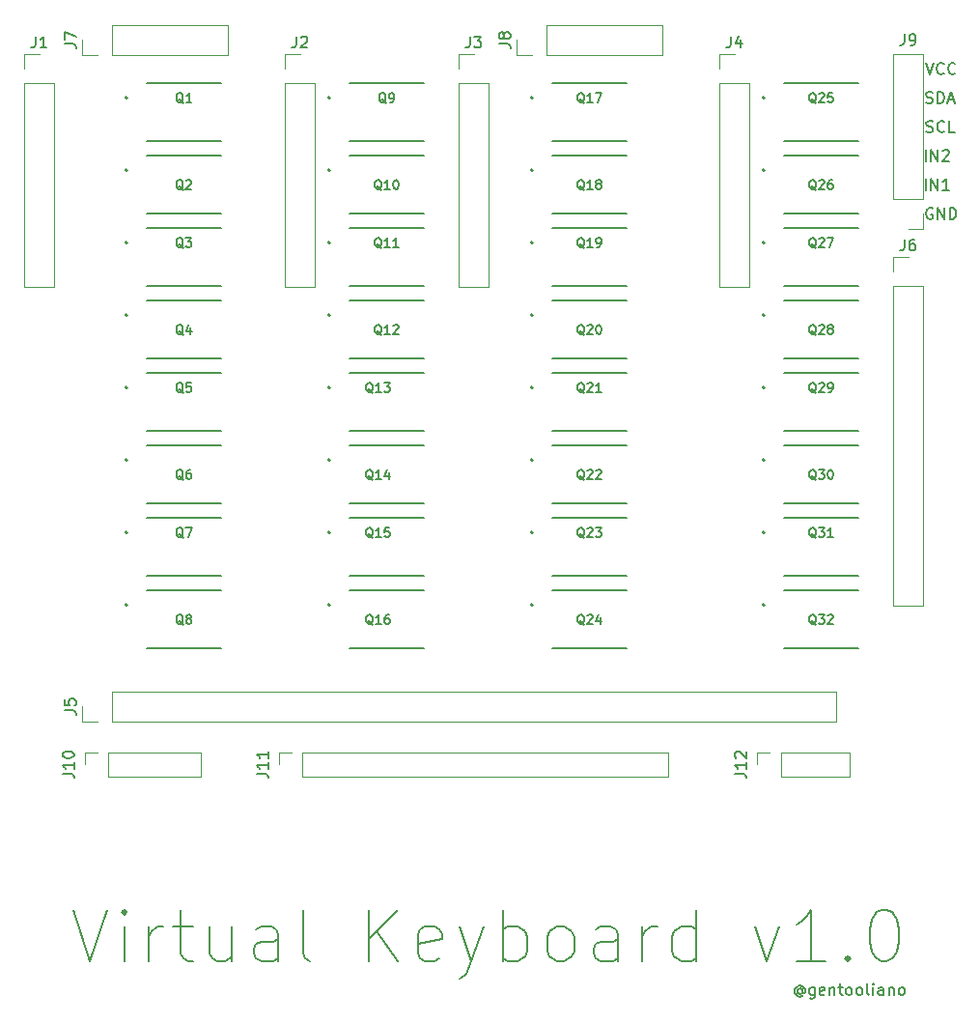
<source format=gbr>
%TF.GenerationSoftware,KiCad,Pcbnew,7.0.1*%
%TF.CreationDate,2023-11-08T17:30:37+01:00*%
%TF.ProjectId,keyboard,6b657962-6f61-4726-942e-6b696361645f,rev?*%
%TF.SameCoordinates,Original*%
%TF.FileFunction,Legend,Top*%
%TF.FilePolarity,Positive*%
%FSLAX46Y46*%
G04 Gerber Fmt 4.6, Leading zero omitted, Abs format (unit mm)*
G04 Created by KiCad (PCBNEW 7.0.1) date 2023-11-08 17:30:37*
%MOMM*%
%LPD*%
G01*
G04 APERTURE LIST*
%ADD10C,0.150000*%
%ADD11C,0.200000*%
%ADD12C,0.127000*%
%ADD13C,0.120000*%
G04 APERTURE END LIST*
D10*
X164688095Y-55390238D02*
X164592857Y-55342619D01*
X164592857Y-55342619D02*
X164450000Y-55342619D01*
X164450000Y-55342619D02*
X164307143Y-55390238D01*
X164307143Y-55390238D02*
X164211905Y-55485476D01*
X164211905Y-55485476D02*
X164164286Y-55580714D01*
X164164286Y-55580714D02*
X164116667Y-55771190D01*
X164116667Y-55771190D02*
X164116667Y-55914047D01*
X164116667Y-55914047D02*
X164164286Y-56104523D01*
X164164286Y-56104523D02*
X164211905Y-56199761D01*
X164211905Y-56199761D02*
X164307143Y-56295000D01*
X164307143Y-56295000D02*
X164450000Y-56342619D01*
X164450000Y-56342619D02*
X164545238Y-56342619D01*
X164545238Y-56342619D02*
X164688095Y-56295000D01*
X164688095Y-56295000D02*
X164735714Y-56247380D01*
X164735714Y-56247380D02*
X164735714Y-55914047D01*
X164735714Y-55914047D02*
X164545238Y-55914047D01*
X165164286Y-56342619D02*
X165164286Y-55342619D01*
X165164286Y-55342619D02*
X165735714Y-56342619D01*
X165735714Y-56342619D02*
X165735714Y-55342619D01*
X166211905Y-56342619D02*
X166211905Y-55342619D01*
X166211905Y-55342619D02*
X166450000Y-55342619D01*
X166450000Y-55342619D02*
X166592857Y-55390238D01*
X166592857Y-55390238D02*
X166688095Y-55485476D01*
X166688095Y-55485476D02*
X166735714Y-55580714D01*
X166735714Y-55580714D02*
X166783333Y-55771190D01*
X166783333Y-55771190D02*
X166783333Y-55914047D01*
X166783333Y-55914047D02*
X166735714Y-56104523D01*
X166735714Y-56104523D02*
X166688095Y-56199761D01*
X166688095Y-56199761D02*
X166592857Y-56295000D01*
X166592857Y-56295000D02*
X166450000Y-56342619D01*
X166450000Y-56342619D02*
X166211905Y-56342619D01*
X164135714Y-46135000D02*
X164278571Y-46182619D01*
X164278571Y-46182619D02*
X164516666Y-46182619D01*
X164516666Y-46182619D02*
X164611904Y-46135000D01*
X164611904Y-46135000D02*
X164659523Y-46087380D01*
X164659523Y-46087380D02*
X164707142Y-45992142D01*
X164707142Y-45992142D02*
X164707142Y-45896904D01*
X164707142Y-45896904D02*
X164659523Y-45801666D01*
X164659523Y-45801666D02*
X164611904Y-45754047D01*
X164611904Y-45754047D02*
X164516666Y-45706428D01*
X164516666Y-45706428D02*
X164326190Y-45658809D01*
X164326190Y-45658809D02*
X164230952Y-45611190D01*
X164230952Y-45611190D02*
X164183333Y-45563571D01*
X164183333Y-45563571D02*
X164135714Y-45468333D01*
X164135714Y-45468333D02*
X164135714Y-45373095D01*
X164135714Y-45373095D02*
X164183333Y-45277857D01*
X164183333Y-45277857D02*
X164230952Y-45230238D01*
X164230952Y-45230238D02*
X164326190Y-45182619D01*
X164326190Y-45182619D02*
X164564285Y-45182619D01*
X164564285Y-45182619D02*
X164707142Y-45230238D01*
X165135714Y-46182619D02*
X165135714Y-45182619D01*
X165135714Y-45182619D02*
X165373809Y-45182619D01*
X165373809Y-45182619D02*
X165516666Y-45230238D01*
X165516666Y-45230238D02*
X165611904Y-45325476D01*
X165611904Y-45325476D02*
X165659523Y-45420714D01*
X165659523Y-45420714D02*
X165707142Y-45611190D01*
X165707142Y-45611190D02*
X165707142Y-45754047D01*
X165707142Y-45754047D02*
X165659523Y-45944523D01*
X165659523Y-45944523D02*
X165611904Y-46039761D01*
X165611904Y-46039761D02*
X165516666Y-46135000D01*
X165516666Y-46135000D02*
X165373809Y-46182619D01*
X165373809Y-46182619D02*
X165135714Y-46182619D01*
X166088095Y-45896904D02*
X166564285Y-45896904D01*
X165992857Y-46182619D02*
X166326190Y-45182619D01*
X166326190Y-45182619D02*
X166659523Y-46182619D01*
X164159524Y-48675000D02*
X164302381Y-48722619D01*
X164302381Y-48722619D02*
X164540476Y-48722619D01*
X164540476Y-48722619D02*
X164635714Y-48675000D01*
X164635714Y-48675000D02*
X164683333Y-48627380D01*
X164683333Y-48627380D02*
X164730952Y-48532142D01*
X164730952Y-48532142D02*
X164730952Y-48436904D01*
X164730952Y-48436904D02*
X164683333Y-48341666D01*
X164683333Y-48341666D02*
X164635714Y-48294047D01*
X164635714Y-48294047D02*
X164540476Y-48246428D01*
X164540476Y-48246428D02*
X164350000Y-48198809D01*
X164350000Y-48198809D02*
X164254762Y-48151190D01*
X164254762Y-48151190D02*
X164207143Y-48103571D01*
X164207143Y-48103571D02*
X164159524Y-48008333D01*
X164159524Y-48008333D02*
X164159524Y-47913095D01*
X164159524Y-47913095D02*
X164207143Y-47817857D01*
X164207143Y-47817857D02*
X164254762Y-47770238D01*
X164254762Y-47770238D02*
X164350000Y-47722619D01*
X164350000Y-47722619D02*
X164588095Y-47722619D01*
X164588095Y-47722619D02*
X164730952Y-47770238D01*
X165730952Y-48627380D02*
X165683333Y-48675000D01*
X165683333Y-48675000D02*
X165540476Y-48722619D01*
X165540476Y-48722619D02*
X165445238Y-48722619D01*
X165445238Y-48722619D02*
X165302381Y-48675000D01*
X165302381Y-48675000D02*
X165207143Y-48579761D01*
X165207143Y-48579761D02*
X165159524Y-48484523D01*
X165159524Y-48484523D02*
X165111905Y-48294047D01*
X165111905Y-48294047D02*
X165111905Y-48151190D01*
X165111905Y-48151190D02*
X165159524Y-47960714D01*
X165159524Y-47960714D02*
X165207143Y-47865476D01*
X165207143Y-47865476D02*
X165302381Y-47770238D01*
X165302381Y-47770238D02*
X165445238Y-47722619D01*
X165445238Y-47722619D02*
X165540476Y-47722619D01*
X165540476Y-47722619D02*
X165683333Y-47770238D01*
X165683333Y-47770238D02*
X165730952Y-47817857D01*
X166635714Y-48722619D02*
X166159524Y-48722619D01*
X166159524Y-48722619D02*
X166159524Y-47722619D01*
X164100000Y-53802619D02*
X164100000Y-52802619D01*
X164576190Y-53802619D02*
X164576190Y-52802619D01*
X164576190Y-52802619D02*
X165147618Y-53802619D01*
X165147618Y-53802619D02*
X165147618Y-52802619D01*
X166147618Y-53802619D02*
X165576190Y-53802619D01*
X165861904Y-53802619D02*
X165861904Y-52802619D01*
X165861904Y-52802619D02*
X165766666Y-52945476D01*
X165766666Y-52945476D02*
X165671428Y-53040714D01*
X165671428Y-53040714D02*
X165576190Y-53088333D01*
X164100000Y-51262619D02*
X164100000Y-50262619D01*
X164576190Y-51262619D02*
X164576190Y-50262619D01*
X164576190Y-50262619D02*
X165147618Y-51262619D01*
X165147618Y-51262619D02*
X165147618Y-50262619D01*
X165576190Y-50357857D02*
X165623809Y-50310238D01*
X165623809Y-50310238D02*
X165719047Y-50262619D01*
X165719047Y-50262619D02*
X165957142Y-50262619D01*
X165957142Y-50262619D02*
X166052380Y-50310238D01*
X166052380Y-50310238D02*
X166099999Y-50357857D01*
X166099999Y-50357857D02*
X166147618Y-50453095D01*
X166147618Y-50453095D02*
X166147618Y-50548333D01*
X166147618Y-50548333D02*
X166099999Y-50691190D01*
X166099999Y-50691190D02*
X165528571Y-51262619D01*
X165528571Y-51262619D02*
X166147618Y-51262619D01*
X164116667Y-42642619D02*
X164450000Y-43642619D01*
X164450000Y-43642619D02*
X164783333Y-42642619D01*
X165688095Y-43547380D02*
X165640476Y-43595000D01*
X165640476Y-43595000D02*
X165497619Y-43642619D01*
X165497619Y-43642619D02*
X165402381Y-43642619D01*
X165402381Y-43642619D02*
X165259524Y-43595000D01*
X165259524Y-43595000D02*
X165164286Y-43499761D01*
X165164286Y-43499761D02*
X165116667Y-43404523D01*
X165116667Y-43404523D02*
X165069048Y-43214047D01*
X165069048Y-43214047D02*
X165069048Y-43071190D01*
X165069048Y-43071190D02*
X165116667Y-42880714D01*
X165116667Y-42880714D02*
X165164286Y-42785476D01*
X165164286Y-42785476D02*
X165259524Y-42690238D01*
X165259524Y-42690238D02*
X165402381Y-42642619D01*
X165402381Y-42642619D02*
X165497619Y-42642619D01*
X165497619Y-42642619D02*
X165640476Y-42690238D01*
X165640476Y-42690238D02*
X165688095Y-42737857D01*
X166688095Y-43547380D02*
X166640476Y-43595000D01*
X166640476Y-43595000D02*
X166497619Y-43642619D01*
X166497619Y-43642619D02*
X166402381Y-43642619D01*
X166402381Y-43642619D02*
X166259524Y-43595000D01*
X166259524Y-43595000D02*
X166164286Y-43499761D01*
X166164286Y-43499761D02*
X166116667Y-43404523D01*
X166116667Y-43404523D02*
X166069048Y-43214047D01*
X166069048Y-43214047D02*
X166069048Y-43071190D01*
X166069048Y-43071190D02*
X166116667Y-42880714D01*
X166116667Y-42880714D02*
X166164286Y-42785476D01*
X166164286Y-42785476D02*
X166259524Y-42690238D01*
X166259524Y-42690238D02*
X166402381Y-42642619D01*
X166402381Y-42642619D02*
X166497619Y-42642619D01*
X166497619Y-42642619D02*
X166640476Y-42690238D01*
X166640476Y-42690238D02*
X166688095Y-42737857D01*
X153257142Y-123861428D02*
X153209523Y-123813809D01*
X153209523Y-123813809D02*
X153114285Y-123766190D01*
X153114285Y-123766190D02*
X153019047Y-123766190D01*
X153019047Y-123766190D02*
X152923809Y-123813809D01*
X152923809Y-123813809D02*
X152876190Y-123861428D01*
X152876190Y-123861428D02*
X152828571Y-123956666D01*
X152828571Y-123956666D02*
X152828571Y-124051904D01*
X152828571Y-124051904D02*
X152876190Y-124147142D01*
X152876190Y-124147142D02*
X152923809Y-124194761D01*
X152923809Y-124194761D02*
X153019047Y-124242380D01*
X153019047Y-124242380D02*
X153114285Y-124242380D01*
X153114285Y-124242380D02*
X153209523Y-124194761D01*
X153209523Y-124194761D02*
X153257142Y-124147142D01*
X153257142Y-123766190D02*
X153257142Y-124147142D01*
X153257142Y-124147142D02*
X153304761Y-124194761D01*
X153304761Y-124194761D02*
X153352380Y-124194761D01*
X153352380Y-124194761D02*
X153447619Y-124147142D01*
X153447619Y-124147142D02*
X153495238Y-124051904D01*
X153495238Y-124051904D02*
X153495238Y-123813809D01*
X153495238Y-123813809D02*
X153400000Y-123670952D01*
X153400000Y-123670952D02*
X153257142Y-123575714D01*
X153257142Y-123575714D02*
X153066666Y-123528095D01*
X153066666Y-123528095D02*
X152876190Y-123575714D01*
X152876190Y-123575714D02*
X152733333Y-123670952D01*
X152733333Y-123670952D02*
X152638095Y-123813809D01*
X152638095Y-123813809D02*
X152590476Y-124004285D01*
X152590476Y-124004285D02*
X152638095Y-124194761D01*
X152638095Y-124194761D02*
X152733333Y-124337619D01*
X152733333Y-124337619D02*
X152876190Y-124432857D01*
X152876190Y-124432857D02*
X153066666Y-124480476D01*
X153066666Y-124480476D02*
X153257142Y-124432857D01*
X153257142Y-124432857D02*
X153400000Y-124337619D01*
X154352380Y-123670952D02*
X154352380Y-124480476D01*
X154352380Y-124480476D02*
X154304761Y-124575714D01*
X154304761Y-124575714D02*
X154257142Y-124623333D01*
X154257142Y-124623333D02*
X154161904Y-124670952D01*
X154161904Y-124670952D02*
X154019047Y-124670952D01*
X154019047Y-124670952D02*
X153923809Y-124623333D01*
X154352380Y-124290000D02*
X154257142Y-124337619D01*
X154257142Y-124337619D02*
X154066666Y-124337619D01*
X154066666Y-124337619D02*
X153971428Y-124290000D01*
X153971428Y-124290000D02*
X153923809Y-124242380D01*
X153923809Y-124242380D02*
X153876190Y-124147142D01*
X153876190Y-124147142D02*
X153876190Y-123861428D01*
X153876190Y-123861428D02*
X153923809Y-123766190D01*
X153923809Y-123766190D02*
X153971428Y-123718571D01*
X153971428Y-123718571D02*
X154066666Y-123670952D01*
X154066666Y-123670952D02*
X154257142Y-123670952D01*
X154257142Y-123670952D02*
X154352380Y-123718571D01*
X155209523Y-124290000D02*
X155114285Y-124337619D01*
X155114285Y-124337619D02*
X154923809Y-124337619D01*
X154923809Y-124337619D02*
X154828571Y-124290000D01*
X154828571Y-124290000D02*
X154780952Y-124194761D01*
X154780952Y-124194761D02*
X154780952Y-123813809D01*
X154780952Y-123813809D02*
X154828571Y-123718571D01*
X154828571Y-123718571D02*
X154923809Y-123670952D01*
X154923809Y-123670952D02*
X155114285Y-123670952D01*
X155114285Y-123670952D02*
X155209523Y-123718571D01*
X155209523Y-123718571D02*
X155257142Y-123813809D01*
X155257142Y-123813809D02*
X155257142Y-123909047D01*
X155257142Y-123909047D02*
X154780952Y-124004285D01*
X155685714Y-123670952D02*
X155685714Y-124337619D01*
X155685714Y-123766190D02*
X155733333Y-123718571D01*
X155733333Y-123718571D02*
X155828571Y-123670952D01*
X155828571Y-123670952D02*
X155971428Y-123670952D01*
X155971428Y-123670952D02*
X156066666Y-123718571D01*
X156066666Y-123718571D02*
X156114285Y-123813809D01*
X156114285Y-123813809D02*
X156114285Y-124337619D01*
X156447619Y-123670952D02*
X156828571Y-123670952D01*
X156590476Y-123337619D02*
X156590476Y-124194761D01*
X156590476Y-124194761D02*
X156638095Y-124290000D01*
X156638095Y-124290000D02*
X156733333Y-124337619D01*
X156733333Y-124337619D02*
X156828571Y-124337619D01*
X157304762Y-124337619D02*
X157209524Y-124290000D01*
X157209524Y-124290000D02*
X157161905Y-124242380D01*
X157161905Y-124242380D02*
X157114286Y-124147142D01*
X157114286Y-124147142D02*
X157114286Y-123861428D01*
X157114286Y-123861428D02*
X157161905Y-123766190D01*
X157161905Y-123766190D02*
X157209524Y-123718571D01*
X157209524Y-123718571D02*
X157304762Y-123670952D01*
X157304762Y-123670952D02*
X157447619Y-123670952D01*
X157447619Y-123670952D02*
X157542857Y-123718571D01*
X157542857Y-123718571D02*
X157590476Y-123766190D01*
X157590476Y-123766190D02*
X157638095Y-123861428D01*
X157638095Y-123861428D02*
X157638095Y-124147142D01*
X157638095Y-124147142D02*
X157590476Y-124242380D01*
X157590476Y-124242380D02*
X157542857Y-124290000D01*
X157542857Y-124290000D02*
X157447619Y-124337619D01*
X157447619Y-124337619D02*
X157304762Y-124337619D01*
X158209524Y-124337619D02*
X158114286Y-124290000D01*
X158114286Y-124290000D02*
X158066667Y-124242380D01*
X158066667Y-124242380D02*
X158019048Y-124147142D01*
X158019048Y-124147142D02*
X158019048Y-123861428D01*
X158019048Y-123861428D02*
X158066667Y-123766190D01*
X158066667Y-123766190D02*
X158114286Y-123718571D01*
X158114286Y-123718571D02*
X158209524Y-123670952D01*
X158209524Y-123670952D02*
X158352381Y-123670952D01*
X158352381Y-123670952D02*
X158447619Y-123718571D01*
X158447619Y-123718571D02*
X158495238Y-123766190D01*
X158495238Y-123766190D02*
X158542857Y-123861428D01*
X158542857Y-123861428D02*
X158542857Y-124147142D01*
X158542857Y-124147142D02*
X158495238Y-124242380D01*
X158495238Y-124242380D02*
X158447619Y-124290000D01*
X158447619Y-124290000D02*
X158352381Y-124337619D01*
X158352381Y-124337619D02*
X158209524Y-124337619D01*
X159114286Y-124337619D02*
X159019048Y-124290000D01*
X159019048Y-124290000D02*
X158971429Y-124194761D01*
X158971429Y-124194761D02*
X158971429Y-123337619D01*
X159495239Y-124337619D02*
X159495239Y-123670952D01*
X159495239Y-123337619D02*
X159447620Y-123385238D01*
X159447620Y-123385238D02*
X159495239Y-123432857D01*
X159495239Y-123432857D02*
X159542858Y-123385238D01*
X159542858Y-123385238D02*
X159495239Y-123337619D01*
X159495239Y-123337619D02*
X159495239Y-123432857D01*
X160400000Y-124337619D02*
X160400000Y-123813809D01*
X160400000Y-123813809D02*
X160352381Y-123718571D01*
X160352381Y-123718571D02*
X160257143Y-123670952D01*
X160257143Y-123670952D02*
X160066667Y-123670952D01*
X160066667Y-123670952D02*
X159971429Y-123718571D01*
X160400000Y-124290000D02*
X160304762Y-124337619D01*
X160304762Y-124337619D02*
X160066667Y-124337619D01*
X160066667Y-124337619D02*
X159971429Y-124290000D01*
X159971429Y-124290000D02*
X159923810Y-124194761D01*
X159923810Y-124194761D02*
X159923810Y-124099523D01*
X159923810Y-124099523D02*
X159971429Y-124004285D01*
X159971429Y-124004285D02*
X160066667Y-123956666D01*
X160066667Y-123956666D02*
X160304762Y-123956666D01*
X160304762Y-123956666D02*
X160400000Y-123909047D01*
X160876191Y-123670952D02*
X160876191Y-124337619D01*
X160876191Y-123766190D02*
X160923810Y-123718571D01*
X160923810Y-123718571D02*
X161019048Y-123670952D01*
X161019048Y-123670952D02*
X161161905Y-123670952D01*
X161161905Y-123670952D02*
X161257143Y-123718571D01*
X161257143Y-123718571D02*
X161304762Y-123813809D01*
X161304762Y-123813809D02*
X161304762Y-124337619D01*
X161923810Y-124337619D02*
X161828572Y-124290000D01*
X161828572Y-124290000D02*
X161780953Y-124242380D01*
X161780953Y-124242380D02*
X161733334Y-124147142D01*
X161733334Y-124147142D02*
X161733334Y-123861428D01*
X161733334Y-123861428D02*
X161780953Y-123766190D01*
X161780953Y-123766190D02*
X161828572Y-123718571D01*
X161828572Y-123718571D02*
X161923810Y-123670952D01*
X161923810Y-123670952D02*
X162066667Y-123670952D01*
X162066667Y-123670952D02*
X162161905Y-123718571D01*
X162161905Y-123718571D02*
X162209524Y-123766190D01*
X162209524Y-123766190D02*
X162257143Y-123861428D01*
X162257143Y-123861428D02*
X162257143Y-124147142D01*
X162257143Y-124147142D02*
X162209524Y-124242380D01*
X162209524Y-124242380D02*
X162161905Y-124290000D01*
X162161905Y-124290000D02*
X162066667Y-124337619D01*
X162066667Y-124337619D02*
X161923810Y-124337619D01*
D11*
X89328571Y-116869285D02*
X90828571Y-121369285D01*
X90828571Y-121369285D02*
X92328571Y-116869285D01*
X93828571Y-121369285D02*
X93828571Y-118369285D01*
X93828571Y-116869285D02*
X93614285Y-117083571D01*
X93614285Y-117083571D02*
X93828571Y-117297857D01*
X93828571Y-117297857D02*
X94042857Y-117083571D01*
X94042857Y-117083571D02*
X93828571Y-116869285D01*
X93828571Y-116869285D02*
X93828571Y-117297857D01*
X95971428Y-121369285D02*
X95971428Y-118369285D01*
X95971428Y-119226428D02*
X96185714Y-118797857D01*
X96185714Y-118797857D02*
X96400000Y-118583571D01*
X96400000Y-118583571D02*
X96828571Y-118369285D01*
X96828571Y-118369285D02*
X97257142Y-118369285D01*
X98114285Y-118369285D02*
X99828571Y-118369285D01*
X98757142Y-116869285D02*
X98757142Y-120726428D01*
X98757142Y-120726428D02*
X98971428Y-121155000D01*
X98971428Y-121155000D02*
X99399999Y-121369285D01*
X99399999Y-121369285D02*
X99828571Y-121369285D01*
X103257143Y-118369285D02*
X103257143Y-121369285D01*
X101328571Y-118369285D02*
X101328571Y-120726428D01*
X101328571Y-120726428D02*
X101542857Y-121155000D01*
X101542857Y-121155000D02*
X101971428Y-121369285D01*
X101971428Y-121369285D02*
X102614285Y-121369285D01*
X102614285Y-121369285D02*
X103042857Y-121155000D01*
X103042857Y-121155000D02*
X103257143Y-120940714D01*
X107328572Y-121369285D02*
X107328572Y-119012142D01*
X107328572Y-119012142D02*
X107114286Y-118583571D01*
X107114286Y-118583571D02*
X106685714Y-118369285D01*
X106685714Y-118369285D02*
X105828572Y-118369285D01*
X105828572Y-118369285D02*
X105400000Y-118583571D01*
X107328572Y-121155000D02*
X106900000Y-121369285D01*
X106900000Y-121369285D02*
X105828572Y-121369285D01*
X105828572Y-121369285D02*
X105400000Y-121155000D01*
X105400000Y-121155000D02*
X105185714Y-120726428D01*
X105185714Y-120726428D02*
X105185714Y-120297857D01*
X105185714Y-120297857D02*
X105400000Y-119869285D01*
X105400000Y-119869285D02*
X105828572Y-119655000D01*
X105828572Y-119655000D02*
X106900000Y-119655000D01*
X106900000Y-119655000D02*
X107328572Y-119440714D01*
X110114286Y-121369285D02*
X109685715Y-121155000D01*
X109685715Y-121155000D02*
X109471429Y-120726428D01*
X109471429Y-120726428D02*
X109471429Y-116869285D01*
X115257143Y-121369285D02*
X115257143Y-116869285D01*
X117828572Y-121369285D02*
X115900000Y-118797857D01*
X117828572Y-116869285D02*
X115257143Y-119440714D01*
X121471429Y-121155000D02*
X121042857Y-121369285D01*
X121042857Y-121369285D02*
X120185715Y-121369285D01*
X120185715Y-121369285D02*
X119757143Y-121155000D01*
X119757143Y-121155000D02*
X119542857Y-120726428D01*
X119542857Y-120726428D02*
X119542857Y-119012142D01*
X119542857Y-119012142D02*
X119757143Y-118583571D01*
X119757143Y-118583571D02*
X120185715Y-118369285D01*
X120185715Y-118369285D02*
X121042857Y-118369285D01*
X121042857Y-118369285D02*
X121471429Y-118583571D01*
X121471429Y-118583571D02*
X121685715Y-119012142D01*
X121685715Y-119012142D02*
X121685715Y-119440714D01*
X121685715Y-119440714D02*
X119542857Y-119869285D01*
X123185715Y-118369285D02*
X124257143Y-121369285D01*
X125328572Y-118369285D02*
X124257143Y-121369285D01*
X124257143Y-121369285D02*
X123828572Y-122440714D01*
X123828572Y-122440714D02*
X123614286Y-122655000D01*
X123614286Y-122655000D02*
X123185715Y-122869285D01*
X127042857Y-121369285D02*
X127042857Y-116869285D01*
X127042857Y-118583571D02*
X127471429Y-118369285D01*
X127471429Y-118369285D02*
X128328571Y-118369285D01*
X128328571Y-118369285D02*
X128757143Y-118583571D01*
X128757143Y-118583571D02*
X128971429Y-118797857D01*
X128971429Y-118797857D02*
X129185714Y-119226428D01*
X129185714Y-119226428D02*
X129185714Y-120512142D01*
X129185714Y-120512142D02*
X128971429Y-120940714D01*
X128971429Y-120940714D02*
X128757143Y-121155000D01*
X128757143Y-121155000D02*
X128328571Y-121369285D01*
X128328571Y-121369285D02*
X127471429Y-121369285D01*
X127471429Y-121369285D02*
X127042857Y-121155000D01*
X131757143Y-121369285D02*
X131328572Y-121155000D01*
X131328572Y-121155000D02*
X131114286Y-120940714D01*
X131114286Y-120940714D02*
X130900000Y-120512142D01*
X130900000Y-120512142D02*
X130900000Y-119226428D01*
X130900000Y-119226428D02*
X131114286Y-118797857D01*
X131114286Y-118797857D02*
X131328572Y-118583571D01*
X131328572Y-118583571D02*
X131757143Y-118369285D01*
X131757143Y-118369285D02*
X132400000Y-118369285D01*
X132400000Y-118369285D02*
X132828572Y-118583571D01*
X132828572Y-118583571D02*
X133042858Y-118797857D01*
X133042858Y-118797857D02*
X133257143Y-119226428D01*
X133257143Y-119226428D02*
X133257143Y-120512142D01*
X133257143Y-120512142D02*
X133042858Y-120940714D01*
X133042858Y-120940714D02*
X132828572Y-121155000D01*
X132828572Y-121155000D02*
X132400000Y-121369285D01*
X132400000Y-121369285D02*
X131757143Y-121369285D01*
X137114287Y-121369285D02*
X137114287Y-119012142D01*
X137114287Y-119012142D02*
X136900001Y-118583571D01*
X136900001Y-118583571D02*
X136471429Y-118369285D01*
X136471429Y-118369285D02*
X135614287Y-118369285D01*
X135614287Y-118369285D02*
X135185715Y-118583571D01*
X137114287Y-121155000D02*
X136685715Y-121369285D01*
X136685715Y-121369285D02*
X135614287Y-121369285D01*
X135614287Y-121369285D02*
X135185715Y-121155000D01*
X135185715Y-121155000D02*
X134971429Y-120726428D01*
X134971429Y-120726428D02*
X134971429Y-120297857D01*
X134971429Y-120297857D02*
X135185715Y-119869285D01*
X135185715Y-119869285D02*
X135614287Y-119655000D01*
X135614287Y-119655000D02*
X136685715Y-119655000D01*
X136685715Y-119655000D02*
X137114287Y-119440714D01*
X139257144Y-121369285D02*
X139257144Y-118369285D01*
X139257144Y-119226428D02*
X139471430Y-118797857D01*
X139471430Y-118797857D02*
X139685716Y-118583571D01*
X139685716Y-118583571D02*
X140114287Y-118369285D01*
X140114287Y-118369285D02*
X140542858Y-118369285D01*
X143971430Y-121369285D02*
X143971430Y-116869285D01*
X143971430Y-121155000D02*
X143542858Y-121369285D01*
X143542858Y-121369285D02*
X142685715Y-121369285D01*
X142685715Y-121369285D02*
X142257144Y-121155000D01*
X142257144Y-121155000D02*
X142042858Y-120940714D01*
X142042858Y-120940714D02*
X141828572Y-120512142D01*
X141828572Y-120512142D02*
X141828572Y-119226428D01*
X141828572Y-119226428D02*
X142042858Y-118797857D01*
X142042858Y-118797857D02*
X142257144Y-118583571D01*
X142257144Y-118583571D02*
X142685715Y-118369285D01*
X142685715Y-118369285D02*
X143542858Y-118369285D01*
X143542858Y-118369285D02*
X143971430Y-118583571D01*
X149114287Y-118369285D02*
X150185715Y-121369285D01*
X150185715Y-121369285D02*
X151257144Y-118369285D01*
X155328572Y-121369285D02*
X152757143Y-121369285D01*
X154042858Y-121369285D02*
X154042858Y-116869285D01*
X154042858Y-116869285D02*
X153614286Y-117512142D01*
X153614286Y-117512142D02*
X153185715Y-117940714D01*
X153185715Y-117940714D02*
X152757143Y-118155000D01*
X157257143Y-120940714D02*
X157471429Y-121155000D01*
X157471429Y-121155000D02*
X157257143Y-121369285D01*
X157257143Y-121369285D02*
X157042857Y-121155000D01*
X157042857Y-121155000D02*
X157257143Y-120940714D01*
X157257143Y-120940714D02*
X157257143Y-121369285D01*
X160257143Y-116869285D02*
X160685714Y-116869285D01*
X160685714Y-116869285D02*
X161114286Y-117083571D01*
X161114286Y-117083571D02*
X161328572Y-117297857D01*
X161328572Y-117297857D02*
X161542857Y-117726428D01*
X161542857Y-117726428D02*
X161757143Y-118583571D01*
X161757143Y-118583571D02*
X161757143Y-119655000D01*
X161757143Y-119655000D02*
X161542857Y-120512142D01*
X161542857Y-120512142D02*
X161328572Y-120940714D01*
X161328572Y-120940714D02*
X161114286Y-121155000D01*
X161114286Y-121155000D02*
X160685714Y-121369285D01*
X160685714Y-121369285D02*
X160257143Y-121369285D01*
X160257143Y-121369285D02*
X159828572Y-121155000D01*
X159828572Y-121155000D02*
X159614286Y-120940714D01*
X159614286Y-120940714D02*
X159400000Y-120512142D01*
X159400000Y-120512142D02*
X159185714Y-119655000D01*
X159185714Y-119655000D02*
X159185714Y-118583571D01*
X159185714Y-118583571D02*
X159400000Y-117726428D01*
X159400000Y-117726428D02*
X159614286Y-117297857D01*
X159614286Y-117297857D02*
X159828572Y-117083571D01*
X159828572Y-117083571D02*
X160257143Y-116869285D01*
D10*
%TO.C,Q30*%
X154482542Y-79186593D02*
X154406299Y-79148471D01*
X154406299Y-79148471D02*
X154330056Y-79072229D01*
X154330056Y-79072229D02*
X154215691Y-78957864D01*
X154215691Y-78957864D02*
X154139448Y-78919743D01*
X154139448Y-78919743D02*
X154063205Y-78919743D01*
X154101327Y-79110350D02*
X154025084Y-79072229D01*
X154025084Y-79072229D02*
X153948841Y-78995986D01*
X153948841Y-78995986D02*
X153910719Y-78843500D01*
X153910719Y-78843500D02*
X153910719Y-78576649D01*
X153910719Y-78576649D02*
X153948841Y-78424163D01*
X153948841Y-78424163D02*
X154025084Y-78347920D01*
X154025084Y-78347920D02*
X154101327Y-78309799D01*
X154101327Y-78309799D02*
X154253813Y-78309799D01*
X154253813Y-78309799D02*
X154330056Y-78347920D01*
X154330056Y-78347920D02*
X154406299Y-78424163D01*
X154406299Y-78424163D02*
X154444420Y-78576649D01*
X154444420Y-78576649D02*
X154444420Y-78843500D01*
X154444420Y-78843500D02*
X154406299Y-78995986D01*
X154406299Y-78995986D02*
X154330056Y-79072229D01*
X154330056Y-79072229D02*
X154253813Y-79110350D01*
X154253813Y-79110350D02*
X154101327Y-79110350D01*
X154711270Y-78309799D02*
X155206849Y-78309799D01*
X155206849Y-78309799D02*
X154939999Y-78614771D01*
X154939999Y-78614771D02*
X155054363Y-78614771D01*
X155054363Y-78614771D02*
X155130606Y-78652892D01*
X155130606Y-78652892D02*
X155168728Y-78691014D01*
X155168728Y-78691014D02*
X155206849Y-78767257D01*
X155206849Y-78767257D02*
X155206849Y-78957864D01*
X155206849Y-78957864D02*
X155168728Y-79034107D01*
X155168728Y-79034107D02*
X155130606Y-79072229D01*
X155130606Y-79072229D02*
X155054363Y-79110350D01*
X155054363Y-79110350D02*
X154825634Y-79110350D01*
X154825634Y-79110350D02*
X154749391Y-79072229D01*
X154749391Y-79072229D02*
X154711270Y-79034107D01*
X155702429Y-78309799D02*
X155778672Y-78309799D01*
X155778672Y-78309799D02*
X155854915Y-78347920D01*
X155854915Y-78347920D02*
X155893036Y-78386042D01*
X155893036Y-78386042D02*
X155931158Y-78462285D01*
X155931158Y-78462285D02*
X155969279Y-78614771D01*
X155969279Y-78614771D02*
X155969279Y-78805378D01*
X155969279Y-78805378D02*
X155931158Y-78957864D01*
X155931158Y-78957864D02*
X155893036Y-79034107D01*
X155893036Y-79034107D02*
X155854915Y-79072229D01*
X155854915Y-79072229D02*
X155778672Y-79110350D01*
X155778672Y-79110350D02*
X155702429Y-79110350D01*
X155702429Y-79110350D02*
X155626186Y-79072229D01*
X155626186Y-79072229D02*
X155588064Y-79034107D01*
X155588064Y-79034107D02*
X155549943Y-78957864D01*
X155549943Y-78957864D02*
X155511821Y-78805378D01*
X155511821Y-78805378D02*
X155511821Y-78614771D01*
X155511821Y-78614771D02*
X155549943Y-78462285D01*
X155549943Y-78462285D02*
X155588064Y-78386042D01*
X155588064Y-78386042D02*
X155626186Y-78347920D01*
X155626186Y-78347920D02*
X155702429Y-78309799D01*
%TO.C,J4*%
X146986666Y-40312619D02*
X146986666Y-41026904D01*
X146986666Y-41026904D02*
X146939047Y-41169761D01*
X146939047Y-41169761D02*
X146843809Y-41265000D01*
X146843809Y-41265000D02*
X146700952Y-41312619D01*
X146700952Y-41312619D02*
X146605714Y-41312619D01*
X147891428Y-40645952D02*
X147891428Y-41312619D01*
X147653333Y-40265000D02*
X147415238Y-40979285D01*
X147415238Y-40979285D02*
X148034285Y-40979285D01*
%TO.C,J2*%
X108886666Y-40312619D02*
X108886666Y-41026904D01*
X108886666Y-41026904D02*
X108839047Y-41169761D01*
X108839047Y-41169761D02*
X108743809Y-41265000D01*
X108743809Y-41265000D02*
X108600952Y-41312619D01*
X108600952Y-41312619D02*
X108505714Y-41312619D01*
X109315238Y-40407857D02*
X109362857Y-40360238D01*
X109362857Y-40360238D02*
X109458095Y-40312619D01*
X109458095Y-40312619D02*
X109696190Y-40312619D01*
X109696190Y-40312619D02*
X109791428Y-40360238D01*
X109791428Y-40360238D02*
X109839047Y-40407857D01*
X109839047Y-40407857D02*
X109886666Y-40503095D01*
X109886666Y-40503095D02*
X109886666Y-40598333D01*
X109886666Y-40598333D02*
X109839047Y-40741190D01*
X109839047Y-40741190D02*
X109267619Y-41312619D01*
X109267619Y-41312619D02*
X109886666Y-41312619D01*
%TO.C,J7*%
X88572619Y-40973333D02*
X89286904Y-40973333D01*
X89286904Y-40973333D02*
X89429761Y-41020952D01*
X89429761Y-41020952D02*
X89525000Y-41116190D01*
X89525000Y-41116190D02*
X89572619Y-41259047D01*
X89572619Y-41259047D02*
X89572619Y-41354285D01*
X88572619Y-40592380D02*
X88572619Y-39925714D01*
X88572619Y-39925714D02*
X89572619Y-40354285D01*
%TO.C,Q7*%
X98983757Y-84266593D02*
X98907514Y-84228471D01*
X98907514Y-84228471D02*
X98831271Y-84152229D01*
X98831271Y-84152229D02*
X98716906Y-84037864D01*
X98716906Y-84037864D02*
X98640663Y-83999743D01*
X98640663Y-83999743D02*
X98564420Y-83999743D01*
X98602542Y-84190350D02*
X98526299Y-84152229D01*
X98526299Y-84152229D02*
X98450056Y-84075986D01*
X98450056Y-84075986D02*
X98411934Y-83923500D01*
X98411934Y-83923500D02*
X98411934Y-83656649D01*
X98411934Y-83656649D02*
X98450056Y-83504163D01*
X98450056Y-83504163D02*
X98526299Y-83427920D01*
X98526299Y-83427920D02*
X98602542Y-83389799D01*
X98602542Y-83389799D02*
X98755028Y-83389799D01*
X98755028Y-83389799D02*
X98831271Y-83427920D01*
X98831271Y-83427920D02*
X98907514Y-83504163D01*
X98907514Y-83504163D02*
X98945635Y-83656649D01*
X98945635Y-83656649D02*
X98945635Y-83923500D01*
X98945635Y-83923500D02*
X98907514Y-84075986D01*
X98907514Y-84075986D02*
X98831271Y-84152229D01*
X98831271Y-84152229D02*
X98755028Y-84190350D01*
X98755028Y-84190350D02*
X98602542Y-84190350D01*
X99212485Y-83389799D02*
X99746186Y-83389799D01*
X99746186Y-83389799D02*
X99403092Y-84190350D01*
%TO.C,J9*%
X162226666Y-40102619D02*
X162226666Y-40816904D01*
X162226666Y-40816904D02*
X162179047Y-40959761D01*
X162179047Y-40959761D02*
X162083809Y-41055000D01*
X162083809Y-41055000D02*
X161940952Y-41102619D01*
X161940952Y-41102619D02*
X161845714Y-41102619D01*
X162750476Y-41102619D02*
X162940952Y-41102619D01*
X162940952Y-41102619D02*
X163036190Y-41055000D01*
X163036190Y-41055000D02*
X163083809Y-41007380D01*
X163083809Y-41007380D02*
X163179047Y-40864523D01*
X163179047Y-40864523D02*
X163226666Y-40674047D01*
X163226666Y-40674047D02*
X163226666Y-40293095D01*
X163226666Y-40293095D02*
X163179047Y-40197857D01*
X163179047Y-40197857D02*
X163131428Y-40150238D01*
X163131428Y-40150238D02*
X163036190Y-40102619D01*
X163036190Y-40102619D02*
X162845714Y-40102619D01*
X162845714Y-40102619D02*
X162750476Y-40150238D01*
X162750476Y-40150238D02*
X162702857Y-40197857D01*
X162702857Y-40197857D02*
X162655238Y-40293095D01*
X162655238Y-40293095D02*
X162655238Y-40531190D01*
X162655238Y-40531190D02*
X162702857Y-40626428D01*
X162702857Y-40626428D02*
X162750476Y-40674047D01*
X162750476Y-40674047D02*
X162845714Y-40721666D01*
X162845714Y-40721666D02*
X163036190Y-40721666D01*
X163036190Y-40721666D02*
X163131428Y-40674047D01*
X163131428Y-40674047D02*
X163179047Y-40626428D01*
X163179047Y-40626428D02*
X163226666Y-40531190D01*
%TO.C,J12*%
X147362619Y-104949523D02*
X148076904Y-104949523D01*
X148076904Y-104949523D02*
X148219761Y-104997142D01*
X148219761Y-104997142D02*
X148315000Y-105092380D01*
X148315000Y-105092380D02*
X148362619Y-105235237D01*
X148362619Y-105235237D02*
X148362619Y-105330475D01*
X148362619Y-103949523D02*
X148362619Y-104520951D01*
X148362619Y-104235237D02*
X147362619Y-104235237D01*
X147362619Y-104235237D02*
X147505476Y-104330475D01*
X147505476Y-104330475D02*
X147600714Y-104425713D01*
X147600714Y-104425713D02*
X147648333Y-104520951D01*
X147457857Y-103568570D02*
X147410238Y-103520951D01*
X147410238Y-103520951D02*
X147362619Y-103425713D01*
X147362619Y-103425713D02*
X147362619Y-103187618D01*
X147362619Y-103187618D02*
X147410238Y-103092380D01*
X147410238Y-103092380D02*
X147457857Y-103044761D01*
X147457857Y-103044761D02*
X147553095Y-102997142D01*
X147553095Y-102997142D02*
X147648333Y-102997142D01*
X147648333Y-102997142D02*
X147791190Y-103044761D01*
X147791190Y-103044761D02*
X148362619Y-103616189D01*
X148362619Y-103616189D02*
X148362619Y-102997142D01*
%TO.C,J11*%
X105422619Y-104949523D02*
X106136904Y-104949523D01*
X106136904Y-104949523D02*
X106279761Y-104997142D01*
X106279761Y-104997142D02*
X106375000Y-105092380D01*
X106375000Y-105092380D02*
X106422619Y-105235237D01*
X106422619Y-105235237D02*
X106422619Y-105330475D01*
X106422619Y-103949523D02*
X106422619Y-104520951D01*
X106422619Y-104235237D02*
X105422619Y-104235237D01*
X105422619Y-104235237D02*
X105565476Y-104330475D01*
X105565476Y-104330475D02*
X105660714Y-104425713D01*
X105660714Y-104425713D02*
X105708333Y-104520951D01*
X106422619Y-102997142D02*
X106422619Y-103568570D01*
X106422619Y-103282856D02*
X105422619Y-103282856D01*
X105422619Y-103282856D02*
X105565476Y-103378094D01*
X105565476Y-103378094D02*
X105660714Y-103473332D01*
X105660714Y-103473332D02*
X105708333Y-103568570D01*
%TO.C,J10*%
X88402619Y-104949523D02*
X89116904Y-104949523D01*
X89116904Y-104949523D02*
X89259761Y-104997142D01*
X89259761Y-104997142D02*
X89355000Y-105092380D01*
X89355000Y-105092380D02*
X89402619Y-105235237D01*
X89402619Y-105235237D02*
X89402619Y-105330475D01*
X89402619Y-103949523D02*
X89402619Y-104520951D01*
X89402619Y-104235237D02*
X88402619Y-104235237D01*
X88402619Y-104235237D02*
X88545476Y-104330475D01*
X88545476Y-104330475D02*
X88640714Y-104425713D01*
X88640714Y-104425713D02*
X88688333Y-104520951D01*
X88402619Y-103330475D02*
X88402619Y-103235237D01*
X88402619Y-103235237D02*
X88450238Y-103139999D01*
X88450238Y-103139999D02*
X88497857Y-103092380D01*
X88497857Y-103092380D02*
X88593095Y-103044761D01*
X88593095Y-103044761D02*
X88783571Y-102997142D01*
X88783571Y-102997142D02*
X89021666Y-102997142D01*
X89021666Y-102997142D02*
X89212142Y-103044761D01*
X89212142Y-103044761D02*
X89307380Y-103092380D01*
X89307380Y-103092380D02*
X89355000Y-103139999D01*
X89355000Y-103139999D02*
X89402619Y-103235237D01*
X89402619Y-103235237D02*
X89402619Y-103330475D01*
X89402619Y-103330475D02*
X89355000Y-103425713D01*
X89355000Y-103425713D02*
X89307380Y-103473332D01*
X89307380Y-103473332D02*
X89212142Y-103520951D01*
X89212142Y-103520951D02*
X89021666Y-103568570D01*
X89021666Y-103568570D02*
X88783571Y-103568570D01*
X88783571Y-103568570D02*
X88593095Y-103520951D01*
X88593095Y-103520951D02*
X88497857Y-103473332D01*
X88497857Y-103473332D02*
X88450238Y-103425713D01*
X88450238Y-103425713D02*
X88402619Y-103330475D01*
%TO.C,J8*%
X126672619Y-40973333D02*
X127386904Y-40973333D01*
X127386904Y-40973333D02*
X127529761Y-41020952D01*
X127529761Y-41020952D02*
X127625000Y-41116190D01*
X127625000Y-41116190D02*
X127672619Y-41259047D01*
X127672619Y-41259047D02*
X127672619Y-41354285D01*
X127101190Y-40354285D02*
X127053571Y-40449523D01*
X127053571Y-40449523D02*
X127005952Y-40497142D01*
X127005952Y-40497142D02*
X126910714Y-40544761D01*
X126910714Y-40544761D02*
X126863095Y-40544761D01*
X126863095Y-40544761D02*
X126767857Y-40497142D01*
X126767857Y-40497142D02*
X126720238Y-40449523D01*
X126720238Y-40449523D02*
X126672619Y-40354285D01*
X126672619Y-40354285D02*
X126672619Y-40163809D01*
X126672619Y-40163809D02*
X126720238Y-40068571D01*
X126720238Y-40068571D02*
X126767857Y-40020952D01*
X126767857Y-40020952D02*
X126863095Y-39973333D01*
X126863095Y-39973333D02*
X126910714Y-39973333D01*
X126910714Y-39973333D02*
X127005952Y-40020952D01*
X127005952Y-40020952D02*
X127053571Y-40068571D01*
X127053571Y-40068571D02*
X127101190Y-40163809D01*
X127101190Y-40163809D02*
X127101190Y-40354285D01*
X127101190Y-40354285D02*
X127148809Y-40449523D01*
X127148809Y-40449523D02*
X127196428Y-40497142D01*
X127196428Y-40497142D02*
X127291666Y-40544761D01*
X127291666Y-40544761D02*
X127482142Y-40544761D01*
X127482142Y-40544761D02*
X127577380Y-40497142D01*
X127577380Y-40497142D02*
X127625000Y-40449523D01*
X127625000Y-40449523D02*
X127672619Y-40354285D01*
X127672619Y-40354285D02*
X127672619Y-40163809D01*
X127672619Y-40163809D02*
X127625000Y-40068571D01*
X127625000Y-40068571D02*
X127577380Y-40020952D01*
X127577380Y-40020952D02*
X127482142Y-39973333D01*
X127482142Y-39973333D02*
X127291666Y-39973333D01*
X127291666Y-39973333D02*
X127196428Y-40020952D01*
X127196428Y-40020952D02*
X127148809Y-40068571D01*
X127148809Y-40068571D02*
X127101190Y-40163809D01*
%TO.C,Q17*%
X134162542Y-46166593D02*
X134086299Y-46128471D01*
X134086299Y-46128471D02*
X134010056Y-46052229D01*
X134010056Y-46052229D02*
X133895691Y-45937864D01*
X133895691Y-45937864D02*
X133819448Y-45899743D01*
X133819448Y-45899743D02*
X133743205Y-45899743D01*
X133781327Y-46090350D02*
X133705084Y-46052229D01*
X133705084Y-46052229D02*
X133628841Y-45975986D01*
X133628841Y-45975986D02*
X133590719Y-45823500D01*
X133590719Y-45823500D02*
X133590719Y-45556649D01*
X133590719Y-45556649D02*
X133628841Y-45404163D01*
X133628841Y-45404163D02*
X133705084Y-45327920D01*
X133705084Y-45327920D02*
X133781327Y-45289799D01*
X133781327Y-45289799D02*
X133933813Y-45289799D01*
X133933813Y-45289799D02*
X134010056Y-45327920D01*
X134010056Y-45327920D02*
X134086299Y-45404163D01*
X134086299Y-45404163D02*
X134124420Y-45556649D01*
X134124420Y-45556649D02*
X134124420Y-45823500D01*
X134124420Y-45823500D02*
X134086299Y-45975986D01*
X134086299Y-45975986D02*
X134010056Y-46052229D01*
X134010056Y-46052229D02*
X133933813Y-46090350D01*
X133933813Y-46090350D02*
X133781327Y-46090350D01*
X134886849Y-46090350D02*
X134429391Y-46090350D01*
X134658120Y-46090350D02*
X134658120Y-45289799D01*
X134658120Y-45289799D02*
X134581877Y-45404163D01*
X134581877Y-45404163D02*
X134505634Y-45480406D01*
X134505634Y-45480406D02*
X134429391Y-45518528D01*
X135153700Y-45289799D02*
X135687401Y-45289799D01*
X135687401Y-45289799D02*
X135344307Y-46090350D01*
%TO.C,Q11*%
X116382542Y-58866593D02*
X116306299Y-58828471D01*
X116306299Y-58828471D02*
X116230056Y-58752229D01*
X116230056Y-58752229D02*
X116115691Y-58637864D01*
X116115691Y-58637864D02*
X116039448Y-58599743D01*
X116039448Y-58599743D02*
X115963205Y-58599743D01*
X116001327Y-58790350D02*
X115925084Y-58752229D01*
X115925084Y-58752229D02*
X115848841Y-58675986D01*
X115848841Y-58675986D02*
X115810719Y-58523500D01*
X115810719Y-58523500D02*
X115810719Y-58256649D01*
X115810719Y-58256649D02*
X115848841Y-58104163D01*
X115848841Y-58104163D02*
X115925084Y-58027920D01*
X115925084Y-58027920D02*
X116001327Y-57989799D01*
X116001327Y-57989799D02*
X116153813Y-57989799D01*
X116153813Y-57989799D02*
X116230056Y-58027920D01*
X116230056Y-58027920D02*
X116306299Y-58104163D01*
X116306299Y-58104163D02*
X116344420Y-58256649D01*
X116344420Y-58256649D02*
X116344420Y-58523500D01*
X116344420Y-58523500D02*
X116306299Y-58675986D01*
X116306299Y-58675986D02*
X116230056Y-58752229D01*
X116230056Y-58752229D02*
X116153813Y-58790350D01*
X116153813Y-58790350D02*
X116001327Y-58790350D01*
X117106849Y-58790350D02*
X116649391Y-58790350D01*
X116878120Y-58790350D02*
X116878120Y-57989799D01*
X116878120Y-57989799D02*
X116801877Y-58104163D01*
X116801877Y-58104163D02*
X116725634Y-58180406D01*
X116725634Y-58180406D02*
X116649391Y-58218528D01*
X117869279Y-58790350D02*
X117411821Y-58790350D01*
X117640550Y-58790350D02*
X117640550Y-57989799D01*
X117640550Y-57989799D02*
X117564307Y-58104163D01*
X117564307Y-58104163D02*
X117488064Y-58180406D01*
X117488064Y-58180406D02*
X117411821Y-58218528D01*
%TO.C,Q24*%
X134162542Y-91886593D02*
X134086299Y-91848471D01*
X134086299Y-91848471D02*
X134010056Y-91772229D01*
X134010056Y-91772229D02*
X133895691Y-91657864D01*
X133895691Y-91657864D02*
X133819448Y-91619743D01*
X133819448Y-91619743D02*
X133743205Y-91619743D01*
X133781327Y-91810350D02*
X133705084Y-91772229D01*
X133705084Y-91772229D02*
X133628841Y-91695986D01*
X133628841Y-91695986D02*
X133590719Y-91543500D01*
X133590719Y-91543500D02*
X133590719Y-91276649D01*
X133590719Y-91276649D02*
X133628841Y-91124163D01*
X133628841Y-91124163D02*
X133705084Y-91047920D01*
X133705084Y-91047920D02*
X133781327Y-91009799D01*
X133781327Y-91009799D02*
X133933813Y-91009799D01*
X133933813Y-91009799D02*
X134010056Y-91047920D01*
X134010056Y-91047920D02*
X134086299Y-91124163D01*
X134086299Y-91124163D02*
X134124420Y-91276649D01*
X134124420Y-91276649D02*
X134124420Y-91543500D01*
X134124420Y-91543500D02*
X134086299Y-91695986D01*
X134086299Y-91695986D02*
X134010056Y-91772229D01*
X134010056Y-91772229D02*
X133933813Y-91810350D01*
X133933813Y-91810350D02*
X133781327Y-91810350D01*
X134429391Y-91086042D02*
X134467513Y-91047920D01*
X134467513Y-91047920D02*
X134543756Y-91009799D01*
X134543756Y-91009799D02*
X134734363Y-91009799D01*
X134734363Y-91009799D02*
X134810606Y-91047920D01*
X134810606Y-91047920D02*
X134848728Y-91086042D01*
X134848728Y-91086042D02*
X134886849Y-91162285D01*
X134886849Y-91162285D02*
X134886849Y-91238528D01*
X134886849Y-91238528D02*
X134848728Y-91352892D01*
X134848728Y-91352892D02*
X134391270Y-91810350D01*
X134391270Y-91810350D02*
X134886849Y-91810350D01*
X135573036Y-91276649D02*
X135573036Y-91810350D01*
X135382429Y-90971678D02*
X135191821Y-91543500D01*
X135191821Y-91543500D02*
X135687401Y-91543500D01*
%TO.C,Q20*%
X134162542Y-66486593D02*
X134086299Y-66448471D01*
X134086299Y-66448471D02*
X134010056Y-66372229D01*
X134010056Y-66372229D02*
X133895691Y-66257864D01*
X133895691Y-66257864D02*
X133819448Y-66219743D01*
X133819448Y-66219743D02*
X133743205Y-66219743D01*
X133781327Y-66410350D02*
X133705084Y-66372229D01*
X133705084Y-66372229D02*
X133628841Y-66295986D01*
X133628841Y-66295986D02*
X133590719Y-66143500D01*
X133590719Y-66143500D02*
X133590719Y-65876649D01*
X133590719Y-65876649D02*
X133628841Y-65724163D01*
X133628841Y-65724163D02*
X133705084Y-65647920D01*
X133705084Y-65647920D02*
X133781327Y-65609799D01*
X133781327Y-65609799D02*
X133933813Y-65609799D01*
X133933813Y-65609799D02*
X134010056Y-65647920D01*
X134010056Y-65647920D02*
X134086299Y-65724163D01*
X134086299Y-65724163D02*
X134124420Y-65876649D01*
X134124420Y-65876649D02*
X134124420Y-66143500D01*
X134124420Y-66143500D02*
X134086299Y-66295986D01*
X134086299Y-66295986D02*
X134010056Y-66372229D01*
X134010056Y-66372229D02*
X133933813Y-66410350D01*
X133933813Y-66410350D02*
X133781327Y-66410350D01*
X134429391Y-65686042D02*
X134467513Y-65647920D01*
X134467513Y-65647920D02*
X134543756Y-65609799D01*
X134543756Y-65609799D02*
X134734363Y-65609799D01*
X134734363Y-65609799D02*
X134810606Y-65647920D01*
X134810606Y-65647920D02*
X134848728Y-65686042D01*
X134848728Y-65686042D02*
X134886849Y-65762285D01*
X134886849Y-65762285D02*
X134886849Y-65838528D01*
X134886849Y-65838528D02*
X134848728Y-65952892D01*
X134848728Y-65952892D02*
X134391270Y-66410350D01*
X134391270Y-66410350D02*
X134886849Y-66410350D01*
X135382429Y-65609799D02*
X135458672Y-65609799D01*
X135458672Y-65609799D02*
X135534915Y-65647920D01*
X135534915Y-65647920D02*
X135573036Y-65686042D01*
X135573036Y-65686042D02*
X135611158Y-65762285D01*
X135611158Y-65762285D02*
X135649279Y-65914771D01*
X135649279Y-65914771D02*
X135649279Y-66105378D01*
X135649279Y-66105378D02*
X135611158Y-66257864D01*
X135611158Y-66257864D02*
X135573036Y-66334107D01*
X135573036Y-66334107D02*
X135534915Y-66372229D01*
X135534915Y-66372229D02*
X135458672Y-66410350D01*
X135458672Y-66410350D02*
X135382429Y-66410350D01*
X135382429Y-66410350D02*
X135306186Y-66372229D01*
X135306186Y-66372229D02*
X135268064Y-66334107D01*
X135268064Y-66334107D02*
X135229943Y-66257864D01*
X135229943Y-66257864D02*
X135191821Y-66105378D01*
X135191821Y-66105378D02*
X135191821Y-65914771D01*
X135191821Y-65914771D02*
X135229943Y-65762285D01*
X135229943Y-65762285D02*
X135268064Y-65686042D01*
X135268064Y-65686042D02*
X135306186Y-65647920D01*
X135306186Y-65647920D02*
X135382429Y-65609799D01*
%TO.C,Q8*%
X98983757Y-91886593D02*
X98907514Y-91848471D01*
X98907514Y-91848471D02*
X98831271Y-91772229D01*
X98831271Y-91772229D02*
X98716906Y-91657864D01*
X98716906Y-91657864D02*
X98640663Y-91619743D01*
X98640663Y-91619743D02*
X98564420Y-91619743D01*
X98602542Y-91810350D02*
X98526299Y-91772229D01*
X98526299Y-91772229D02*
X98450056Y-91695986D01*
X98450056Y-91695986D02*
X98411934Y-91543500D01*
X98411934Y-91543500D02*
X98411934Y-91276649D01*
X98411934Y-91276649D02*
X98450056Y-91124163D01*
X98450056Y-91124163D02*
X98526299Y-91047920D01*
X98526299Y-91047920D02*
X98602542Y-91009799D01*
X98602542Y-91009799D02*
X98755028Y-91009799D01*
X98755028Y-91009799D02*
X98831271Y-91047920D01*
X98831271Y-91047920D02*
X98907514Y-91124163D01*
X98907514Y-91124163D02*
X98945635Y-91276649D01*
X98945635Y-91276649D02*
X98945635Y-91543500D01*
X98945635Y-91543500D02*
X98907514Y-91695986D01*
X98907514Y-91695986D02*
X98831271Y-91772229D01*
X98831271Y-91772229D02*
X98755028Y-91810350D01*
X98755028Y-91810350D02*
X98602542Y-91810350D01*
X99403092Y-91352892D02*
X99326849Y-91314771D01*
X99326849Y-91314771D02*
X99288728Y-91276649D01*
X99288728Y-91276649D02*
X99250606Y-91200406D01*
X99250606Y-91200406D02*
X99250606Y-91162285D01*
X99250606Y-91162285D02*
X99288728Y-91086042D01*
X99288728Y-91086042D02*
X99326849Y-91047920D01*
X99326849Y-91047920D02*
X99403092Y-91009799D01*
X99403092Y-91009799D02*
X99555578Y-91009799D01*
X99555578Y-91009799D02*
X99631821Y-91047920D01*
X99631821Y-91047920D02*
X99669943Y-91086042D01*
X99669943Y-91086042D02*
X99708064Y-91162285D01*
X99708064Y-91162285D02*
X99708064Y-91200406D01*
X99708064Y-91200406D02*
X99669943Y-91276649D01*
X99669943Y-91276649D02*
X99631821Y-91314771D01*
X99631821Y-91314771D02*
X99555578Y-91352892D01*
X99555578Y-91352892D02*
X99403092Y-91352892D01*
X99403092Y-91352892D02*
X99326849Y-91391014D01*
X99326849Y-91391014D02*
X99288728Y-91429135D01*
X99288728Y-91429135D02*
X99250606Y-91505378D01*
X99250606Y-91505378D02*
X99250606Y-91657864D01*
X99250606Y-91657864D02*
X99288728Y-91734107D01*
X99288728Y-91734107D02*
X99326849Y-91772229D01*
X99326849Y-91772229D02*
X99403092Y-91810350D01*
X99403092Y-91810350D02*
X99555578Y-91810350D01*
X99555578Y-91810350D02*
X99631821Y-91772229D01*
X99631821Y-91772229D02*
X99669943Y-91734107D01*
X99669943Y-91734107D02*
X99708064Y-91657864D01*
X99708064Y-91657864D02*
X99708064Y-91505378D01*
X99708064Y-91505378D02*
X99669943Y-91429135D01*
X99669943Y-91429135D02*
X99631821Y-91391014D01*
X99631821Y-91391014D02*
X99555578Y-91352892D01*
%TO.C,Q13*%
X115620032Y-71566593D02*
X115543789Y-71528471D01*
X115543789Y-71528471D02*
X115467546Y-71452229D01*
X115467546Y-71452229D02*
X115353181Y-71337864D01*
X115353181Y-71337864D02*
X115276938Y-71299743D01*
X115276938Y-71299743D02*
X115200695Y-71299743D01*
X115238817Y-71490350D02*
X115162574Y-71452229D01*
X115162574Y-71452229D02*
X115086331Y-71375986D01*
X115086331Y-71375986D02*
X115048209Y-71223500D01*
X115048209Y-71223500D02*
X115048209Y-70956649D01*
X115048209Y-70956649D02*
X115086331Y-70804163D01*
X115086331Y-70804163D02*
X115162574Y-70727920D01*
X115162574Y-70727920D02*
X115238817Y-70689799D01*
X115238817Y-70689799D02*
X115391303Y-70689799D01*
X115391303Y-70689799D02*
X115467546Y-70727920D01*
X115467546Y-70727920D02*
X115543789Y-70804163D01*
X115543789Y-70804163D02*
X115581910Y-70956649D01*
X115581910Y-70956649D02*
X115581910Y-71223500D01*
X115581910Y-71223500D02*
X115543789Y-71375986D01*
X115543789Y-71375986D02*
X115467546Y-71452229D01*
X115467546Y-71452229D02*
X115391303Y-71490350D01*
X115391303Y-71490350D02*
X115238817Y-71490350D01*
X116344339Y-71490350D02*
X115886881Y-71490350D01*
X116115610Y-71490350D02*
X116115610Y-70689799D01*
X116115610Y-70689799D02*
X116039367Y-70804163D01*
X116039367Y-70804163D02*
X115963124Y-70880406D01*
X115963124Y-70880406D02*
X115886881Y-70918528D01*
X116611190Y-70689799D02*
X117106769Y-70689799D01*
X117106769Y-70689799D02*
X116839919Y-70994771D01*
X116839919Y-70994771D02*
X116954283Y-70994771D01*
X116954283Y-70994771D02*
X117030526Y-71032892D01*
X117030526Y-71032892D02*
X117068648Y-71071014D01*
X117068648Y-71071014D02*
X117106769Y-71147257D01*
X117106769Y-71147257D02*
X117106769Y-71337864D01*
X117106769Y-71337864D02*
X117068648Y-71414107D01*
X117068648Y-71414107D02*
X117030526Y-71452229D01*
X117030526Y-71452229D02*
X116954283Y-71490350D01*
X116954283Y-71490350D02*
X116725554Y-71490350D01*
X116725554Y-71490350D02*
X116649311Y-71452229D01*
X116649311Y-71452229D02*
X116611190Y-71414107D01*
%TO.C,Q2*%
X98983757Y-53786593D02*
X98907514Y-53748471D01*
X98907514Y-53748471D02*
X98831271Y-53672229D01*
X98831271Y-53672229D02*
X98716906Y-53557864D01*
X98716906Y-53557864D02*
X98640663Y-53519743D01*
X98640663Y-53519743D02*
X98564420Y-53519743D01*
X98602542Y-53710350D02*
X98526299Y-53672229D01*
X98526299Y-53672229D02*
X98450056Y-53595986D01*
X98450056Y-53595986D02*
X98411934Y-53443500D01*
X98411934Y-53443500D02*
X98411934Y-53176649D01*
X98411934Y-53176649D02*
X98450056Y-53024163D01*
X98450056Y-53024163D02*
X98526299Y-52947920D01*
X98526299Y-52947920D02*
X98602542Y-52909799D01*
X98602542Y-52909799D02*
X98755028Y-52909799D01*
X98755028Y-52909799D02*
X98831271Y-52947920D01*
X98831271Y-52947920D02*
X98907514Y-53024163D01*
X98907514Y-53024163D02*
X98945635Y-53176649D01*
X98945635Y-53176649D02*
X98945635Y-53443500D01*
X98945635Y-53443500D02*
X98907514Y-53595986D01*
X98907514Y-53595986D02*
X98831271Y-53672229D01*
X98831271Y-53672229D02*
X98755028Y-53710350D01*
X98755028Y-53710350D02*
X98602542Y-53710350D01*
X99250606Y-52986042D02*
X99288728Y-52947920D01*
X99288728Y-52947920D02*
X99364971Y-52909799D01*
X99364971Y-52909799D02*
X99555578Y-52909799D01*
X99555578Y-52909799D02*
X99631821Y-52947920D01*
X99631821Y-52947920D02*
X99669943Y-52986042D01*
X99669943Y-52986042D02*
X99708064Y-53062285D01*
X99708064Y-53062285D02*
X99708064Y-53138528D01*
X99708064Y-53138528D02*
X99669943Y-53252892D01*
X99669943Y-53252892D02*
X99212485Y-53710350D01*
X99212485Y-53710350D02*
X99708064Y-53710350D01*
%TO.C,Q23*%
X134162542Y-84266593D02*
X134086299Y-84228471D01*
X134086299Y-84228471D02*
X134010056Y-84152229D01*
X134010056Y-84152229D02*
X133895691Y-84037864D01*
X133895691Y-84037864D02*
X133819448Y-83999743D01*
X133819448Y-83999743D02*
X133743205Y-83999743D01*
X133781327Y-84190350D02*
X133705084Y-84152229D01*
X133705084Y-84152229D02*
X133628841Y-84075986D01*
X133628841Y-84075986D02*
X133590719Y-83923500D01*
X133590719Y-83923500D02*
X133590719Y-83656649D01*
X133590719Y-83656649D02*
X133628841Y-83504163D01*
X133628841Y-83504163D02*
X133705084Y-83427920D01*
X133705084Y-83427920D02*
X133781327Y-83389799D01*
X133781327Y-83389799D02*
X133933813Y-83389799D01*
X133933813Y-83389799D02*
X134010056Y-83427920D01*
X134010056Y-83427920D02*
X134086299Y-83504163D01*
X134086299Y-83504163D02*
X134124420Y-83656649D01*
X134124420Y-83656649D02*
X134124420Y-83923500D01*
X134124420Y-83923500D02*
X134086299Y-84075986D01*
X134086299Y-84075986D02*
X134010056Y-84152229D01*
X134010056Y-84152229D02*
X133933813Y-84190350D01*
X133933813Y-84190350D02*
X133781327Y-84190350D01*
X134429391Y-83466042D02*
X134467513Y-83427920D01*
X134467513Y-83427920D02*
X134543756Y-83389799D01*
X134543756Y-83389799D02*
X134734363Y-83389799D01*
X134734363Y-83389799D02*
X134810606Y-83427920D01*
X134810606Y-83427920D02*
X134848728Y-83466042D01*
X134848728Y-83466042D02*
X134886849Y-83542285D01*
X134886849Y-83542285D02*
X134886849Y-83618528D01*
X134886849Y-83618528D02*
X134848728Y-83732892D01*
X134848728Y-83732892D02*
X134391270Y-84190350D01*
X134391270Y-84190350D02*
X134886849Y-84190350D01*
X135153700Y-83389799D02*
X135649279Y-83389799D01*
X135649279Y-83389799D02*
X135382429Y-83694771D01*
X135382429Y-83694771D02*
X135496793Y-83694771D01*
X135496793Y-83694771D02*
X135573036Y-83732892D01*
X135573036Y-83732892D02*
X135611158Y-83771014D01*
X135611158Y-83771014D02*
X135649279Y-83847257D01*
X135649279Y-83847257D02*
X135649279Y-84037864D01*
X135649279Y-84037864D02*
X135611158Y-84114107D01*
X135611158Y-84114107D02*
X135573036Y-84152229D01*
X135573036Y-84152229D02*
X135496793Y-84190350D01*
X135496793Y-84190350D02*
X135268064Y-84190350D01*
X135268064Y-84190350D02*
X135191821Y-84152229D01*
X135191821Y-84152229D02*
X135153700Y-84114107D01*
%TO.C,Q32*%
X154482542Y-91886593D02*
X154406299Y-91848471D01*
X154406299Y-91848471D02*
X154330056Y-91772229D01*
X154330056Y-91772229D02*
X154215691Y-91657864D01*
X154215691Y-91657864D02*
X154139448Y-91619743D01*
X154139448Y-91619743D02*
X154063205Y-91619743D01*
X154101327Y-91810350D02*
X154025084Y-91772229D01*
X154025084Y-91772229D02*
X153948841Y-91695986D01*
X153948841Y-91695986D02*
X153910719Y-91543500D01*
X153910719Y-91543500D02*
X153910719Y-91276649D01*
X153910719Y-91276649D02*
X153948841Y-91124163D01*
X153948841Y-91124163D02*
X154025084Y-91047920D01*
X154025084Y-91047920D02*
X154101327Y-91009799D01*
X154101327Y-91009799D02*
X154253813Y-91009799D01*
X154253813Y-91009799D02*
X154330056Y-91047920D01*
X154330056Y-91047920D02*
X154406299Y-91124163D01*
X154406299Y-91124163D02*
X154444420Y-91276649D01*
X154444420Y-91276649D02*
X154444420Y-91543500D01*
X154444420Y-91543500D02*
X154406299Y-91695986D01*
X154406299Y-91695986D02*
X154330056Y-91772229D01*
X154330056Y-91772229D02*
X154253813Y-91810350D01*
X154253813Y-91810350D02*
X154101327Y-91810350D01*
X154711270Y-91009799D02*
X155206849Y-91009799D01*
X155206849Y-91009799D02*
X154939999Y-91314771D01*
X154939999Y-91314771D02*
X155054363Y-91314771D01*
X155054363Y-91314771D02*
X155130606Y-91352892D01*
X155130606Y-91352892D02*
X155168728Y-91391014D01*
X155168728Y-91391014D02*
X155206849Y-91467257D01*
X155206849Y-91467257D02*
X155206849Y-91657864D01*
X155206849Y-91657864D02*
X155168728Y-91734107D01*
X155168728Y-91734107D02*
X155130606Y-91772229D01*
X155130606Y-91772229D02*
X155054363Y-91810350D01*
X155054363Y-91810350D02*
X154825634Y-91810350D01*
X154825634Y-91810350D02*
X154749391Y-91772229D01*
X154749391Y-91772229D02*
X154711270Y-91734107D01*
X155511821Y-91086042D02*
X155549943Y-91047920D01*
X155549943Y-91047920D02*
X155626186Y-91009799D01*
X155626186Y-91009799D02*
X155816793Y-91009799D01*
X155816793Y-91009799D02*
X155893036Y-91047920D01*
X155893036Y-91047920D02*
X155931158Y-91086042D01*
X155931158Y-91086042D02*
X155969279Y-91162285D01*
X155969279Y-91162285D02*
X155969279Y-91238528D01*
X155969279Y-91238528D02*
X155931158Y-91352892D01*
X155931158Y-91352892D02*
X155473700Y-91810350D01*
X155473700Y-91810350D02*
X155969279Y-91810350D01*
%TO.C,Q28*%
X154482542Y-66486593D02*
X154406299Y-66448471D01*
X154406299Y-66448471D02*
X154330056Y-66372229D01*
X154330056Y-66372229D02*
X154215691Y-66257864D01*
X154215691Y-66257864D02*
X154139448Y-66219743D01*
X154139448Y-66219743D02*
X154063205Y-66219743D01*
X154101327Y-66410350D02*
X154025084Y-66372229D01*
X154025084Y-66372229D02*
X153948841Y-66295986D01*
X153948841Y-66295986D02*
X153910719Y-66143500D01*
X153910719Y-66143500D02*
X153910719Y-65876649D01*
X153910719Y-65876649D02*
X153948841Y-65724163D01*
X153948841Y-65724163D02*
X154025084Y-65647920D01*
X154025084Y-65647920D02*
X154101327Y-65609799D01*
X154101327Y-65609799D02*
X154253813Y-65609799D01*
X154253813Y-65609799D02*
X154330056Y-65647920D01*
X154330056Y-65647920D02*
X154406299Y-65724163D01*
X154406299Y-65724163D02*
X154444420Y-65876649D01*
X154444420Y-65876649D02*
X154444420Y-66143500D01*
X154444420Y-66143500D02*
X154406299Y-66295986D01*
X154406299Y-66295986D02*
X154330056Y-66372229D01*
X154330056Y-66372229D02*
X154253813Y-66410350D01*
X154253813Y-66410350D02*
X154101327Y-66410350D01*
X154749391Y-65686042D02*
X154787513Y-65647920D01*
X154787513Y-65647920D02*
X154863756Y-65609799D01*
X154863756Y-65609799D02*
X155054363Y-65609799D01*
X155054363Y-65609799D02*
X155130606Y-65647920D01*
X155130606Y-65647920D02*
X155168728Y-65686042D01*
X155168728Y-65686042D02*
X155206849Y-65762285D01*
X155206849Y-65762285D02*
X155206849Y-65838528D01*
X155206849Y-65838528D02*
X155168728Y-65952892D01*
X155168728Y-65952892D02*
X154711270Y-66410350D01*
X154711270Y-66410350D02*
X155206849Y-66410350D01*
X155664307Y-65952892D02*
X155588064Y-65914771D01*
X155588064Y-65914771D02*
X155549943Y-65876649D01*
X155549943Y-65876649D02*
X155511821Y-65800406D01*
X155511821Y-65800406D02*
X155511821Y-65762285D01*
X155511821Y-65762285D02*
X155549943Y-65686042D01*
X155549943Y-65686042D02*
X155588064Y-65647920D01*
X155588064Y-65647920D02*
X155664307Y-65609799D01*
X155664307Y-65609799D02*
X155816793Y-65609799D01*
X155816793Y-65609799D02*
X155893036Y-65647920D01*
X155893036Y-65647920D02*
X155931158Y-65686042D01*
X155931158Y-65686042D02*
X155969279Y-65762285D01*
X155969279Y-65762285D02*
X155969279Y-65800406D01*
X155969279Y-65800406D02*
X155931158Y-65876649D01*
X155931158Y-65876649D02*
X155893036Y-65914771D01*
X155893036Y-65914771D02*
X155816793Y-65952892D01*
X155816793Y-65952892D02*
X155664307Y-65952892D01*
X155664307Y-65952892D02*
X155588064Y-65991014D01*
X155588064Y-65991014D02*
X155549943Y-66029135D01*
X155549943Y-66029135D02*
X155511821Y-66105378D01*
X155511821Y-66105378D02*
X155511821Y-66257864D01*
X155511821Y-66257864D02*
X155549943Y-66334107D01*
X155549943Y-66334107D02*
X155588064Y-66372229D01*
X155588064Y-66372229D02*
X155664307Y-66410350D01*
X155664307Y-66410350D02*
X155816793Y-66410350D01*
X155816793Y-66410350D02*
X155893036Y-66372229D01*
X155893036Y-66372229D02*
X155931158Y-66334107D01*
X155931158Y-66334107D02*
X155969279Y-66257864D01*
X155969279Y-66257864D02*
X155969279Y-66105378D01*
X155969279Y-66105378D02*
X155931158Y-66029135D01*
X155931158Y-66029135D02*
X155893036Y-65991014D01*
X155893036Y-65991014D02*
X155816793Y-65952892D01*
%TO.C,Q19*%
X134162542Y-58866593D02*
X134086299Y-58828471D01*
X134086299Y-58828471D02*
X134010056Y-58752229D01*
X134010056Y-58752229D02*
X133895691Y-58637864D01*
X133895691Y-58637864D02*
X133819448Y-58599743D01*
X133819448Y-58599743D02*
X133743205Y-58599743D01*
X133781327Y-58790350D02*
X133705084Y-58752229D01*
X133705084Y-58752229D02*
X133628841Y-58675986D01*
X133628841Y-58675986D02*
X133590719Y-58523500D01*
X133590719Y-58523500D02*
X133590719Y-58256649D01*
X133590719Y-58256649D02*
X133628841Y-58104163D01*
X133628841Y-58104163D02*
X133705084Y-58027920D01*
X133705084Y-58027920D02*
X133781327Y-57989799D01*
X133781327Y-57989799D02*
X133933813Y-57989799D01*
X133933813Y-57989799D02*
X134010056Y-58027920D01*
X134010056Y-58027920D02*
X134086299Y-58104163D01*
X134086299Y-58104163D02*
X134124420Y-58256649D01*
X134124420Y-58256649D02*
X134124420Y-58523500D01*
X134124420Y-58523500D02*
X134086299Y-58675986D01*
X134086299Y-58675986D02*
X134010056Y-58752229D01*
X134010056Y-58752229D02*
X133933813Y-58790350D01*
X133933813Y-58790350D02*
X133781327Y-58790350D01*
X134886849Y-58790350D02*
X134429391Y-58790350D01*
X134658120Y-58790350D02*
X134658120Y-57989799D01*
X134658120Y-57989799D02*
X134581877Y-58104163D01*
X134581877Y-58104163D02*
X134505634Y-58180406D01*
X134505634Y-58180406D02*
X134429391Y-58218528D01*
X135268064Y-58790350D02*
X135420550Y-58790350D01*
X135420550Y-58790350D02*
X135496793Y-58752229D01*
X135496793Y-58752229D02*
X135534915Y-58714107D01*
X135534915Y-58714107D02*
X135611158Y-58599743D01*
X135611158Y-58599743D02*
X135649279Y-58447257D01*
X135649279Y-58447257D02*
X135649279Y-58142285D01*
X135649279Y-58142285D02*
X135611158Y-58066042D01*
X135611158Y-58066042D02*
X135573036Y-58027920D01*
X135573036Y-58027920D02*
X135496793Y-57989799D01*
X135496793Y-57989799D02*
X135344307Y-57989799D01*
X135344307Y-57989799D02*
X135268064Y-58027920D01*
X135268064Y-58027920D02*
X135229943Y-58066042D01*
X135229943Y-58066042D02*
X135191821Y-58142285D01*
X135191821Y-58142285D02*
X135191821Y-58332892D01*
X135191821Y-58332892D02*
X135229943Y-58409135D01*
X135229943Y-58409135D02*
X135268064Y-58447257D01*
X135268064Y-58447257D02*
X135344307Y-58485378D01*
X135344307Y-58485378D02*
X135496793Y-58485378D01*
X135496793Y-58485378D02*
X135573036Y-58447257D01*
X135573036Y-58447257D02*
X135611158Y-58409135D01*
X135611158Y-58409135D02*
X135649279Y-58332892D01*
%TO.C,Q18*%
X134162542Y-53786593D02*
X134086299Y-53748471D01*
X134086299Y-53748471D02*
X134010056Y-53672229D01*
X134010056Y-53672229D02*
X133895691Y-53557864D01*
X133895691Y-53557864D02*
X133819448Y-53519743D01*
X133819448Y-53519743D02*
X133743205Y-53519743D01*
X133781327Y-53710350D02*
X133705084Y-53672229D01*
X133705084Y-53672229D02*
X133628841Y-53595986D01*
X133628841Y-53595986D02*
X133590719Y-53443500D01*
X133590719Y-53443500D02*
X133590719Y-53176649D01*
X133590719Y-53176649D02*
X133628841Y-53024163D01*
X133628841Y-53024163D02*
X133705084Y-52947920D01*
X133705084Y-52947920D02*
X133781327Y-52909799D01*
X133781327Y-52909799D02*
X133933813Y-52909799D01*
X133933813Y-52909799D02*
X134010056Y-52947920D01*
X134010056Y-52947920D02*
X134086299Y-53024163D01*
X134086299Y-53024163D02*
X134124420Y-53176649D01*
X134124420Y-53176649D02*
X134124420Y-53443500D01*
X134124420Y-53443500D02*
X134086299Y-53595986D01*
X134086299Y-53595986D02*
X134010056Y-53672229D01*
X134010056Y-53672229D02*
X133933813Y-53710350D01*
X133933813Y-53710350D02*
X133781327Y-53710350D01*
X134886849Y-53710350D02*
X134429391Y-53710350D01*
X134658120Y-53710350D02*
X134658120Y-52909799D01*
X134658120Y-52909799D02*
X134581877Y-53024163D01*
X134581877Y-53024163D02*
X134505634Y-53100406D01*
X134505634Y-53100406D02*
X134429391Y-53138528D01*
X135344307Y-53252892D02*
X135268064Y-53214771D01*
X135268064Y-53214771D02*
X135229943Y-53176649D01*
X135229943Y-53176649D02*
X135191821Y-53100406D01*
X135191821Y-53100406D02*
X135191821Y-53062285D01*
X135191821Y-53062285D02*
X135229943Y-52986042D01*
X135229943Y-52986042D02*
X135268064Y-52947920D01*
X135268064Y-52947920D02*
X135344307Y-52909799D01*
X135344307Y-52909799D02*
X135496793Y-52909799D01*
X135496793Y-52909799D02*
X135573036Y-52947920D01*
X135573036Y-52947920D02*
X135611158Y-52986042D01*
X135611158Y-52986042D02*
X135649279Y-53062285D01*
X135649279Y-53062285D02*
X135649279Y-53100406D01*
X135649279Y-53100406D02*
X135611158Y-53176649D01*
X135611158Y-53176649D02*
X135573036Y-53214771D01*
X135573036Y-53214771D02*
X135496793Y-53252892D01*
X135496793Y-53252892D02*
X135344307Y-53252892D01*
X135344307Y-53252892D02*
X135268064Y-53291014D01*
X135268064Y-53291014D02*
X135229943Y-53329135D01*
X135229943Y-53329135D02*
X135191821Y-53405378D01*
X135191821Y-53405378D02*
X135191821Y-53557864D01*
X135191821Y-53557864D02*
X135229943Y-53634107D01*
X135229943Y-53634107D02*
X135268064Y-53672229D01*
X135268064Y-53672229D02*
X135344307Y-53710350D01*
X135344307Y-53710350D02*
X135496793Y-53710350D01*
X135496793Y-53710350D02*
X135573036Y-53672229D01*
X135573036Y-53672229D02*
X135611158Y-53634107D01*
X135611158Y-53634107D02*
X135649279Y-53557864D01*
X135649279Y-53557864D02*
X135649279Y-53405378D01*
X135649279Y-53405378D02*
X135611158Y-53329135D01*
X135611158Y-53329135D02*
X135573036Y-53291014D01*
X135573036Y-53291014D02*
X135496793Y-53252892D01*
%TO.C,Q6*%
X98983757Y-79186593D02*
X98907514Y-79148471D01*
X98907514Y-79148471D02*
X98831271Y-79072229D01*
X98831271Y-79072229D02*
X98716906Y-78957864D01*
X98716906Y-78957864D02*
X98640663Y-78919743D01*
X98640663Y-78919743D02*
X98564420Y-78919743D01*
X98602542Y-79110350D02*
X98526299Y-79072229D01*
X98526299Y-79072229D02*
X98450056Y-78995986D01*
X98450056Y-78995986D02*
X98411934Y-78843500D01*
X98411934Y-78843500D02*
X98411934Y-78576649D01*
X98411934Y-78576649D02*
X98450056Y-78424163D01*
X98450056Y-78424163D02*
X98526299Y-78347920D01*
X98526299Y-78347920D02*
X98602542Y-78309799D01*
X98602542Y-78309799D02*
X98755028Y-78309799D01*
X98755028Y-78309799D02*
X98831271Y-78347920D01*
X98831271Y-78347920D02*
X98907514Y-78424163D01*
X98907514Y-78424163D02*
X98945635Y-78576649D01*
X98945635Y-78576649D02*
X98945635Y-78843500D01*
X98945635Y-78843500D02*
X98907514Y-78995986D01*
X98907514Y-78995986D02*
X98831271Y-79072229D01*
X98831271Y-79072229D02*
X98755028Y-79110350D01*
X98755028Y-79110350D02*
X98602542Y-79110350D01*
X99631821Y-78309799D02*
X99479335Y-78309799D01*
X99479335Y-78309799D02*
X99403092Y-78347920D01*
X99403092Y-78347920D02*
X99364971Y-78386042D01*
X99364971Y-78386042D02*
X99288728Y-78500406D01*
X99288728Y-78500406D02*
X99250606Y-78652892D01*
X99250606Y-78652892D02*
X99250606Y-78957864D01*
X99250606Y-78957864D02*
X99288728Y-79034107D01*
X99288728Y-79034107D02*
X99326849Y-79072229D01*
X99326849Y-79072229D02*
X99403092Y-79110350D01*
X99403092Y-79110350D02*
X99555578Y-79110350D01*
X99555578Y-79110350D02*
X99631821Y-79072229D01*
X99631821Y-79072229D02*
X99669943Y-79034107D01*
X99669943Y-79034107D02*
X99708064Y-78957864D01*
X99708064Y-78957864D02*
X99708064Y-78767257D01*
X99708064Y-78767257D02*
X99669943Y-78691014D01*
X99669943Y-78691014D02*
X99631821Y-78652892D01*
X99631821Y-78652892D02*
X99555578Y-78614771D01*
X99555578Y-78614771D02*
X99403092Y-78614771D01*
X99403092Y-78614771D02*
X99326849Y-78652892D01*
X99326849Y-78652892D02*
X99288728Y-78691014D01*
X99288728Y-78691014D02*
X99250606Y-78767257D01*
%TO.C,Q14*%
X115620032Y-79186593D02*
X115543789Y-79148471D01*
X115543789Y-79148471D02*
X115467546Y-79072229D01*
X115467546Y-79072229D02*
X115353181Y-78957864D01*
X115353181Y-78957864D02*
X115276938Y-78919743D01*
X115276938Y-78919743D02*
X115200695Y-78919743D01*
X115238817Y-79110350D02*
X115162574Y-79072229D01*
X115162574Y-79072229D02*
X115086331Y-78995986D01*
X115086331Y-78995986D02*
X115048209Y-78843500D01*
X115048209Y-78843500D02*
X115048209Y-78576649D01*
X115048209Y-78576649D02*
X115086331Y-78424163D01*
X115086331Y-78424163D02*
X115162574Y-78347920D01*
X115162574Y-78347920D02*
X115238817Y-78309799D01*
X115238817Y-78309799D02*
X115391303Y-78309799D01*
X115391303Y-78309799D02*
X115467546Y-78347920D01*
X115467546Y-78347920D02*
X115543789Y-78424163D01*
X115543789Y-78424163D02*
X115581910Y-78576649D01*
X115581910Y-78576649D02*
X115581910Y-78843500D01*
X115581910Y-78843500D02*
X115543789Y-78995986D01*
X115543789Y-78995986D02*
X115467546Y-79072229D01*
X115467546Y-79072229D02*
X115391303Y-79110350D01*
X115391303Y-79110350D02*
X115238817Y-79110350D01*
X116344339Y-79110350D02*
X115886881Y-79110350D01*
X116115610Y-79110350D02*
X116115610Y-78309799D01*
X116115610Y-78309799D02*
X116039367Y-78424163D01*
X116039367Y-78424163D02*
X115963124Y-78500406D01*
X115963124Y-78500406D02*
X115886881Y-78538528D01*
X117030526Y-78576649D02*
X117030526Y-79110350D01*
X116839919Y-78271678D02*
X116649311Y-78843500D01*
X116649311Y-78843500D02*
X117144891Y-78843500D01*
%TO.C,Q27*%
X154482542Y-58866593D02*
X154406299Y-58828471D01*
X154406299Y-58828471D02*
X154330056Y-58752229D01*
X154330056Y-58752229D02*
X154215691Y-58637864D01*
X154215691Y-58637864D02*
X154139448Y-58599743D01*
X154139448Y-58599743D02*
X154063205Y-58599743D01*
X154101327Y-58790350D02*
X154025084Y-58752229D01*
X154025084Y-58752229D02*
X153948841Y-58675986D01*
X153948841Y-58675986D02*
X153910719Y-58523500D01*
X153910719Y-58523500D02*
X153910719Y-58256649D01*
X153910719Y-58256649D02*
X153948841Y-58104163D01*
X153948841Y-58104163D02*
X154025084Y-58027920D01*
X154025084Y-58027920D02*
X154101327Y-57989799D01*
X154101327Y-57989799D02*
X154253813Y-57989799D01*
X154253813Y-57989799D02*
X154330056Y-58027920D01*
X154330056Y-58027920D02*
X154406299Y-58104163D01*
X154406299Y-58104163D02*
X154444420Y-58256649D01*
X154444420Y-58256649D02*
X154444420Y-58523500D01*
X154444420Y-58523500D02*
X154406299Y-58675986D01*
X154406299Y-58675986D02*
X154330056Y-58752229D01*
X154330056Y-58752229D02*
X154253813Y-58790350D01*
X154253813Y-58790350D02*
X154101327Y-58790350D01*
X154749391Y-58066042D02*
X154787513Y-58027920D01*
X154787513Y-58027920D02*
X154863756Y-57989799D01*
X154863756Y-57989799D02*
X155054363Y-57989799D01*
X155054363Y-57989799D02*
X155130606Y-58027920D01*
X155130606Y-58027920D02*
X155168728Y-58066042D01*
X155168728Y-58066042D02*
X155206849Y-58142285D01*
X155206849Y-58142285D02*
X155206849Y-58218528D01*
X155206849Y-58218528D02*
X155168728Y-58332892D01*
X155168728Y-58332892D02*
X154711270Y-58790350D01*
X154711270Y-58790350D02*
X155206849Y-58790350D01*
X155473700Y-57989799D02*
X156007401Y-57989799D01*
X156007401Y-57989799D02*
X155664307Y-58790350D01*
%TO.C,Q25*%
X154482542Y-46166593D02*
X154406299Y-46128471D01*
X154406299Y-46128471D02*
X154330056Y-46052229D01*
X154330056Y-46052229D02*
X154215691Y-45937864D01*
X154215691Y-45937864D02*
X154139448Y-45899743D01*
X154139448Y-45899743D02*
X154063205Y-45899743D01*
X154101327Y-46090350D02*
X154025084Y-46052229D01*
X154025084Y-46052229D02*
X153948841Y-45975986D01*
X153948841Y-45975986D02*
X153910719Y-45823500D01*
X153910719Y-45823500D02*
X153910719Y-45556649D01*
X153910719Y-45556649D02*
X153948841Y-45404163D01*
X153948841Y-45404163D02*
X154025084Y-45327920D01*
X154025084Y-45327920D02*
X154101327Y-45289799D01*
X154101327Y-45289799D02*
X154253813Y-45289799D01*
X154253813Y-45289799D02*
X154330056Y-45327920D01*
X154330056Y-45327920D02*
X154406299Y-45404163D01*
X154406299Y-45404163D02*
X154444420Y-45556649D01*
X154444420Y-45556649D02*
X154444420Y-45823500D01*
X154444420Y-45823500D02*
X154406299Y-45975986D01*
X154406299Y-45975986D02*
X154330056Y-46052229D01*
X154330056Y-46052229D02*
X154253813Y-46090350D01*
X154253813Y-46090350D02*
X154101327Y-46090350D01*
X154749391Y-45366042D02*
X154787513Y-45327920D01*
X154787513Y-45327920D02*
X154863756Y-45289799D01*
X154863756Y-45289799D02*
X155054363Y-45289799D01*
X155054363Y-45289799D02*
X155130606Y-45327920D01*
X155130606Y-45327920D02*
X155168728Y-45366042D01*
X155168728Y-45366042D02*
X155206849Y-45442285D01*
X155206849Y-45442285D02*
X155206849Y-45518528D01*
X155206849Y-45518528D02*
X155168728Y-45632892D01*
X155168728Y-45632892D02*
X154711270Y-46090350D01*
X154711270Y-46090350D02*
X155206849Y-46090350D01*
X155931158Y-45289799D02*
X155549943Y-45289799D01*
X155549943Y-45289799D02*
X155511821Y-45671014D01*
X155511821Y-45671014D02*
X155549943Y-45632892D01*
X155549943Y-45632892D02*
X155626186Y-45594771D01*
X155626186Y-45594771D02*
X155816793Y-45594771D01*
X155816793Y-45594771D02*
X155893036Y-45632892D01*
X155893036Y-45632892D02*
X155931158Y-45671014D01*
X155931158Y-45671014D02*
X155969279Y-45747257D01*
X155969279Y-45747257D02*
X155969279Y-45937864D01*
X155969279Y-45937864D02*
X155931158Y-46014107D01*
X155931158Y-46014107D02*
X155893036Y-46052229D01*
X155893036Y-46052229D02*
X155816793Y-46090350D01*
X155816793Y-46090350D02*
X155626186Y-46090350D01*
X155626186Y-46090350D02*
X155549943Y-46052229D01*
X155549943Y-46052229D02*
X155511821Y-46014107D01*
%TO.C,Q5*%
X98983757Y-71566593D02*
X98907514Y-71528471D01*
X98907514Y-71528471D02*
X98831271Y-71452229D01*
X98831271Y-71452229D02*
X98716906Y-71337864D01*
X98716906Y-71337864D02*
X98640663Y-71299743D01*
X98640663Y-71299743D02*
X98564420Y-71299743D01*
X98602542Y-71490350D02*
X98526299Y-71452229D01*
X98526299Y-71452229D02*
X98450056Y-71375986D01*
X98450056Y-71375986D02*
X98411934Y-71223500D01*
X98411934Y-71223500D02*
X98411934Y-70956649D01*
X98411934Y-70956649D02*
X98450056Y-70804163D01*
X98450056Y-70804163D02*
X98526299Y-70727920D01*
X98526299Y-70727920D02*
X98602542Y-70689799D01*
X98602542Y-70689799D02*
X98755028Y-70689799D01*
X98755028Y-70689799D02*
X98831271Y-70727920D01*
X98831271Y-70727920D02*
X98907514Y-70804163D01*
X98907514Y-70804163D02*
X98945635Y-70956649D01*
X98945635Y-70956649D02*
X98945635Y-71223500D01*
X98945635Y-71223500D02*
X98907514Y-71375986D01*
X98907514Y-71375986D02*
X98831271Y-71452229D01*
X98831271Y-71452229D02*
X98755028Y-71490350D01*
X98755028Y-71490350D02*
X98602542Y-71490350D01*
X99669943Y-70689799D02*
X99288728Y-70689799D01*
X99288728Y-70689799D02*
X99250606Y-71071014D01*
X99250606Y-71071014D02*
X99288728Y-71032892D01*
X99288728Y-71032892D02*
X99364971Y-70994771D01*
X99364971Y-70994771D02*
X99555578Y-70994771D01*
X99555578Y-70994771D02*
X99631821Y-71032892D01*
X99631821Y-71032892D02*
X99669943Y-71071014D01*
X99669943Y-71071014D02*
X99708064Y-71147257D01*
X99708064Y-71147257D02*
X99708064Y-71337864D01*
X99708064Y-71337864D02*
X99669943Y-71414107D01*
X99669943Y-71414107D02*
X99631821Y-71452229D01*
X99631821Y-71452229D02*
X99555578Y-71490350D01*
X99555578Y-71490350D02*
X99364971Y-71490350D01*
X99364971Y-71490350D02*
X99288728Y-71452229D01*
X99288728Y-71452229D02*
X99250606Y-71414107D01*
%TO.C,Q29*%
X154482542Y-71566593D02*
X154406299Y-71528471D01*
X154406299Y-71528471D02*
X154330056Y-71452229D01*
X154330056Y-71452229D02*
X154215691Y-71337864D01*
X154215691Y-71337864D02*
X154139448Y-71299743D01*
X154139448Y-71299743D02*
X154063205Y-71299743D01*
X154101327Y-71490350D02*
X154025084Y-71452229D01*
X154025084Y-71452229D02*
X153948841Y-71375986D01*
X153948841Y-71375986D02*
X153910719Y-71223500D01*
X153910719Y-71223500D02*
X153910719Y-70956649D01*
X153910719Y-70956649D02*
X153948841Y-70804163D01*
X153948841Y-70804163D02*
X154025084Y-70727920D01*
X154025084Y-70727920D02*
X154101327Y-70689799D01*
X154101327Y-70689799D02*
X154253813Y-70689799D01*
X154253813Y-70689799D02*
X154330056Y-70727920D01*
X154330056Y-70727920D02*
X154406299Y-70804163D01*
X154406299Y-70804163D02*
X154444420Y-70956649D01*
X154444420Y-70956649D02*
X154444420Y-71223500D01*
X154444420Y-71223500D02*
X154406299Y-71375986D01*
X154406299Y-71375986D02*
X154330056Y-71452229D01*
X154330056Y-71452229D02*
X154253813Y-71490350D01*
X154253813Y-71490350D02*
X154101327Y-71490350D01*
X154749391Y-70766042D02*
X154787513Y-70727920D01*
X154787513Y-70727920D02*
X154863756Y-70689799D01*
X154863756Y-70689799D02*
X155054363Y-70689799D01*
X155054363Y-70689799D02*
X155130606Y-70727920D01*
X155130606Y-70727920D02*
X155168728Y-70766042D01*
X155168728Y-70766042D02*
X155206849Y-70842285D01*
X155206849Y-70842285D02*
X155206849Y-70918528D01*
X155206849Y-70918528D02*
X155168728Y-71032892D01*
X155168728Y-71032892D02*
X154711270Y-71490350D01*
X154711270Y-71490350D02*
X155206849Y-71490350D01*
X155588064Y-71490350D02*
X155740550Y-71490350D01*
X155740550Y-71490350D02*
X155816793Y-71452229D01*
X155816793Y-71452229D02*
X155854915Y-71414107D01*
X155854915Y-71414107D02*
X155931158Y-71299743D01*
X155931158Y-71299743D02*
X155969279Y-71147257D01*
X155969279Y-71147257D02*
X155969279Y-70842285D01*
X155969279Y-70842285D02*
X155931158Y-70766042D01*
X155931158Y-70766042D02*
X155893036Y-70727920D01*
X155893036Y-70727920D02*
X155816793Y-70689799D01*
X155816793Y-70689799D02*
X155664307Y-70689799D01*
X155664307Y-70689799D02*
X155588064Y-70727920D01*
X155588064Y-70727920D02*
X155549943Y-70766042D01*
X155549943Y-70766042D02*
X155511821Y-70842285D01*
X155511821Y-70842285D02*
X155511821Y-71032892D01*
X155511821Y-71032892D02*
X155549943Y-71109135D01*
X155549943Y-71109135D02*
X155588064Y-71147257D01*
X155588064Y-71147257D02*
X155664307Y-71185378D01*
X155664307Y-71185378D02*
X155816793Y-71185378D01*
X155816793Y-71185378D02*
X155893036Y-71147257D01*
X155893036Y-71147257D02*
X155931158Y-71109135D01*
X155931158Y-71109135D02*
X155969279Y-71032892D01*
%TO.C,Q21*%
X134162542Y-71566593D02*
X134086299Y-71528471D01*
X134086299Y-71528471D02*
X134010056Y-71452229D01*
X134010056Y-71452229D02*
X133895691Y-71337864D01*
X133895691Y-71337864D02*
X133819448Y-71299743D01*
X133819448Y-71299743D02*
X133743205Y-71299743D01*
X133781327Y-71490350D02*
X133705084Y-71452229D01*
X133705084Y-71452229D02*
X133628841Y-71375986D01*
X133628841Y-71375986D02*
X133590719Y-71223500D01*
X133590719Y-71223500D02*
X133590719Y-70956649D01*
X133590719Y-70956649D02*
X133628841Y-70804163D01*
X133628841Y-70804163D02*
X133705084Y-70727920D01*
X133705084Y-70727920D02*
X133781327Y-70689799D01*
X133781327Y-70689799D02*
X133933813Y-70689799D01*
X133933813Y-70689799D02*
X134010056Y-70727920D01*
X134010056Y-70727920D02*
X134086299Y-70804163D01*
X134086299Y-70804163D02*
X134124420Y-70956649D01*
X134124420Y-70956649D02*
X134124420Y-71223500D01*
X134124420Y-71223500D02*
X134086299Y-71375986D01*
X134086299Y-71375986D02*
X134010056Y-71452229D01*
X134010056Y-71452229D02*
X133933813Y-71490350D01*
X133933813Y-71490350D02*
X133781327Y-71490350D01*
X134429391Y-70766042D02*
X134467513Y-70727920D01*
X134467513Y-70727920D02*
X134543756Y-70689799D01*
X134543756Y-70689799D02*
X134734363Y-70689799D01*
X134734363Y-70689799D02*
X134810606Y-70727920D01*
X134810606Y-70727920D02*
X134848728Y-70766042D01*
X134848728Y-70766042D02*
X134886849Y-70842285D01*
X134886849Y-70842285D02*
X134886849Y-70918528D01*
X134886849Y-70918528D02*
X134848728Y-71032892D01*
X134848728Y-71032892D02*
X134391270Y-71490350D01*
X134391270Y-71490350D02*
X134886849Y-71490350D01*
X135649279Y-71490350D02*
X135191821Y-71490350D01*
X135420550Y-71490350D02*
X135420550Y-70689799D01*
X135420550Y-70689799D02*
X135344307Y-70804163D01*
X135344307Y-70804163D02*
X135268064Y-70880406D01*
X135268064Y-70880406D02*
X135191821Y-70918528D01*
%TO.C,Q15*%
X115620032Y-84266593D02*
X115543789Y-84228471D01*
X115543789Y-84228471D02*
X115467546Y-84152229D01*
X115467546Y-84152229D02*
X115353181Y-84037864D01*
X115353181Y-84037864D02*
X115276938Y-83999743D01*
X115276938Y-83999743D02*
X115200695Y-83999743D01*
X115238817Y-84190350D02*
X115162574Y-84152229D01*
X115162574Y-84152229D02*
X115086331Y-84075986D01*
X115086331Y-84075986D02*
X115048209Y-83923500D01*
X115048209Y-83923500D02*
X115048209Y-83656649D01*
X115048209Y-83656649D02*
X115086331Y-83504163D01*
X115086331Y-83504163D02*
X115162574Y-83427920D01*
X115162574Y-83427920D02*
X115238817Y-83389799D01*
X115238817Y-83389799D02*
X115391303Y-83389799D01*
X115391303Y-83389799D02*
X115467546Y-83427920D01*
X115467546Y-83427920D02*
X115543789Y-83504163D01*
X115543789Y-83504163D02*
X115581910Y-83656649D01*
X115581910Y-83656649D02*
X115581910Y-83923500D01*
X115581910Y-83923500D02*
X115543789Y-84075986D01*
X115543789Y-84075986D02*
X115467546Y-84152229D01*
X115467546Y-84152229D02*
X115391303Y-84190350D01*
X115391303Y-84190350D02*
X115238817Y-84190350D01*
X116344339Y-84190350D02*
X115886881Y-84190350D01*
X116115610Y-84190350D02*
X116115610Y-83389799D01*
X116115610Y-83389799D02*
X116039367Y-83504163D01*
X116039367Y-83504163D02*
X115963124Y-83580406D01*
X115963124Y-83580406D02*
X115886881Y-83618528D01*
X117068648Y-83389799D02*
X116687433Y-83389799D01*
X116687433Y-83389799D02*
X116649311Y-83771014D01*
X116649311Y-83771014D02*
X116687433Y-83732892D01*
X116687433Y-83732892D02*
X116763676Y-83694771D01*
X116763676Y-83694771D02*
X116954283Y-83694771D01*
X116954283Y-83694771D02*
X117030526Y-83732892D01*
X117030526Y-83732892D02*
X117068648Y-83771014D01*
X117068648Y-83771014D02*
X117106769Y-83847257D01*
X117106769Y-83847257D02*
X117106769Y-84037864D01*
X117106769Y-84037864D02*
X117068648Y-84114107D01*
X117068648Y-84114107D02*
X117030526Y-84152229D01*
X117030526Y-84152229D02*
X116954283Y-84190350D01*
X116954283Y-84190350D02*
X116763676Y-84190350D01*
X116763676Y-84190350D02*
X116687433Y-84152229D01*
X116687433Y-84152229D02*
X116649311Y-84114107D01*
%TO.C,Q12*%
X116382542Y-66486593D02*
X116306299Y-66448471D01*
X116306299Y-66448471D02*
X116230056Y-66372229D01*
X116230056Y-66372229D02*
X116115691Y-66257864D01*
X116115691Y-66257864D02*
X116039448Y-66219743D01*
X116039448Y-66219743D02*
X115963205Y-66219743D01*
X116001327Y-66410350D02*
X115925084Y-66372229D01*
X115925084Y-66372229D02*
X115848841Y-66295986D01*
X115848841Y-66295986D02*
X115810719Y-66143500D01*
X115810719Y-66143500D02*
X115810719Y-65876649D01*
X115810719Y-65876649D02*
X115848841Y-65724163D01*
X115848841Y-65724163D02*
X115925084Y-65647920D01*
X115925084Y-65647920D02*
X116001327Y-65609799D01*
X116001327Y-65609799D02*
X116153813Y-65609799D01*
X116153813Y-65609799D02*
X116230056Y-65647920D01*
X116230056Y-65647920D02*
X116306299Y-65724163D01*
X116306299Y-65724163D02*
X116344420Y-65876649D01*
X116344420Y-65876649D02*
X116344420Y-66143500D01*
X116344420Y-66143500D02*
X116306299Y-66295986D01*
X116306299Y-66295986D02*
X116230056Y-66372229D01*
X116230056Y-66372229D02*
X116153813Y-66410350D01*
X116153813Y-66410350D02*
X116001327Y-66410350D01*
X117106849Y-66410350D02*
X116649391Y-66410350D01*
X116878120Y-66410350D02*
X116878120Y-65609799D01*
X116878120Y-65609799D02*
X116801877Y-65724163D01*
X116801877Y-65724163D02*
X116725634Y-65800406D01*
X116725634Y-65800406D02*
X116649391Y-65838528D01*
X117411821Y-65686042D02*
X117449943Y-65647920D01*
X117449943Y-65647920D02*
X117526186Y-65609799D01*
X117526186Y-65609799D02*
X117716793Y-65609799D01*
X117716793Y-65609799D02*
X117793036Y-65647920D01*
X117793036Y-65647920D02*
X117831158Y-65686042D01*
X117831158Y-65686042D02*
X117869279Y-65762285D01*
X117869279Y-65762285D02*
X117869279Y-65838528D01*
X117869279Y-65838528D02*
X117831158Y-65952892D01*
X117831158Y-65952892D02*
X117373700Y-66410350D01*
X117373700Y-66410350D02*
X117869279Y-66410350D01*
%TO.C,Q4*%
X98983757Y-66486593D02*
X98907514Y-66448471D01*
X98907514Y-66448471D02*
X98831271Y-66372229D01*
X98831271Y-66372229D02*
X98716906Y-66257864D01*
X98716906Y-66257864D02*
X98640663Y-66219743D01*
X98640663Y-66219743D02*
X98564420Y-66219743D01*
X98602542Y-66410350D02*
X98526299Y-66372229D01*
X98526299Y-66372229D02*
X98450056Y-66295986D01*
X98450056Y-66295986D02*
X98411934Y-66143500D01*
X98411934Y-66143500D02*
X98411934Y-65876649D01*
X98411934Y-65876649D02*
X98450056Y-65724163D01*
X98450056Y-65724163D02*
X98526299Y-65647920D01*
X98526299Y-65647920D02*
X98602542Y-65609799D01*
X98602542Y-65609799D02*
X98755028Y-65609799D01*
X98755028Y-65609799D02*
X98831271Y-65647920D01*
X98831271Y-65647920D02*
X98907514Y-65724163D01*
X98907514Y-65724163D02*
X98945635Y-65876649D01*
X98945635Y-65876649D02*
X98945635Y-66143500D01*
X98945635Y-66143500D02*
X98907514Y-66295986D01*
X98907514Y-66295986D02*
X98831271Y-66372229D01*
X98831271Y-66372229D02*
X98755028Y-66410350D01*
X98755028Y-66410350D02*
X98602542Y-66410350D01*
X99631821Y-65876649D02*
X99631821Y-66410350D01*
X99441214Y-65571678D02*
X99250606Y-66143500D01*
X99250606Y-66143500D02*
X99746186Y-66143500D01*
%TO.C,Q31*%
X154482542Y-84266593D02*
X154406299Y-84228471D01*
X154406299Y-84228471D02*
X154330056Y-84152229D01*
X154330056Y-84152229D02*
X154215691Y-84037864D01*
X154215691Y-84037864D02*
X154139448Y-83999743D01*
X154139448Y-83999743D02*
X154063205Y-83999743D01*
X154101327Y-84190350D02*
X154025084Y-84152229D01*
X154025084Y-84152229D02*
X153948841Y-84075986D01*
X153948841Y-84075986D02*
X153910719Y-83923500D01*
X153910719Y-83923500D02*
X153910719Y-83656649D01*
X153910719Y-83656649D02*
X153948841Y-83504163D01*
X153948841Y-83504163D02*
X154025084Y-83427920D01*
X154025084Y-83427920D02*
X154101327Y-83389799D01*
X154101327Y-83389799D02*
X154253813Y-83389799D01*
X154253813Y-83389799D02*
X154330056Y-83427920D01*
X154330056Y-83427920D02*
X154406299Y-83504163D01*
X154406299Y-83504163D02*
X154444420Y-83656649D01*
X154444420Y-83656649D02*
X154444420Y-83923500D01*
X154444420Y-83923500D02*
X154406299Y-84075986D01*
X154406299Y-84075986D02*
X154330056Y-84152229D01*
X154330056Y-84152229D02*
X154253813Y-84190350D01*
X154253813Y-84190350D02*
X154101327Y-84190350D01*
X154711270Y-83389799D02*
X155206849Y-83389799D01*
X155206849Y-83389799D02*
X154939999Y-83694771D01*
X154939999Y-83694771D02*
X155054363Y-83694771D01*
X155054363Y-83694771D02*
X155130606Y-83732892D01*
X155130606Y-83732892D02*
X155168728Y-83771014D01*
X155168728Y-83771014D02*
X155206849Y-83847257D01*
X155206849Y-83847257D02*
X155206849Y-84037864D01*
X155206849Y-84037864D02*
X155168728Y-84114107D01*
X155168728Y-84114107D02*
X155130606Y-84152229D01*
X155130606Y-84152229D02*
X155054363Y-84190350D01*
X155054363Y-84190350D02*
X154825634Y-84190350D01*
X154825634Y-84190350D02*
X154749391Y-84152229D01*
X154749391Y-84152229D02*
X154711270Y-84114107D01*
X155969279Y-84190350D02*
X155511821Y-84190350D01*
X155740550Y-84190350D02*
X155740550Y-83389799D01*
X155740550Y-83389799D02*
X155664307Y-83504163D01*
X155664307Y-83504163D02*
X155588064Y-83580406D01*
X155588064Y-83580406D02*
X155511821Y-83618528D01*
%TO.C,Q26*%
X154482542Y-53786593D02*
X154406299Y-53748471D01*
X154406299Y-53748471D02*
X154330056Y-53672229D01*
X154330056Y-53672229D02*
X154215691Y-53557864D01*
X154215691Y-53557864D02*
X154139448Y-53519743D01*
X154139448Y-53519743D02*
X154063205Y-53519743D01*
X154101327Y-53710350D02*
X154025084Y-53672229D01*
X154025084Y-53672229D02*
X153948841Y-53595986D01*
X153948841Y-53595986D02*
X153910719Y-53443500D01*
X153910719Y-53443500D02*
X153910719Y-53176649D01*
X153910719Y-53176649D02*
X153948841Y-53024163D01*
X153948841Y-53024163D02*
X154025084Y-52947920D01*
X154025084Y-52947920D02*
X154101327Y-52909799D01*
X154101327Y-52909799D02*
X154253813Y-52909799D01*
X154253813Y-52909799D02*
X154330056Y-52947920D01*
X154330056Y-52947920D02*
X154406299Y-53024163D01*
X154406299Y-53024163D02*
X154444420Y-53176649D01*
X154444420Y-53176649D02*
X154444420Y-53443500D01*
X154444420Y-53443500D02*
X154406299Y-53595986D01*
X154406299Y-53595986D02*
X154330056Y-53672229D01*
X154330056Y-53672229D02*
X154253813Y-53710350D01*
X154253813Y-53710350D02*
X154101327Y-53710350D01*
X154749391Y-52986042D02*
X154787513Y-52947920D01*
X154787513Y-52947920D02*
X154863756Y-52909799D01*
X154863756Y-52909799D02*
X155054363Y-52909799D01*
X155054363Y-52909799D02*
X155130606Y-52947920D01*
X155130606Y-52947920D02*
X155168728Y-52986042D01*
X155168728Y-52986042D02*
X155206849Y-53062285D01*
X155206849Y-53062285D02*
X155206849Y-53138528D01*
X155206849Y-53138528D02*
X155168728Y-53252892D01*
X155168728Y-53252892D02*
X154711270Y-53710350D01*
X154711270Y-53710350D02*
X155206849Y-53710350D01*
X155893036Y-52909799D02*
X155740550Y-52909799D01*
X155740550Y-52909799D02*
X155664307Y-52947920D01*
X155664307Y-52947920D02*
X155626186Y-52986042D01*
X155626186Y-52986042D02*
X155549943Y-53100406D01*
X155549943Y-53100406D02*
X155511821Y-53252892D01*
X155511821Y-53252892D02*
X155511821Y-53557864D01*
X155511821Y-53557864D02*
X155549943Y-53634107D01*
X155549943Y-53634107D02*
X155588064Y-53672229D01*
X155588064Y-53672229D02*
X155664307Y-53710350D01*
X155664307Y-53710350D02*
X155816793Y-53710350D01*
X155816793Y-53710350D02*
X155893036Y-53672229D01*
X155893036Y-53672229D02*
X155931158Y-53634107D01*
X155931158Y-53634107D02*
X155969279Y-53557864D01*
X155969279Y-53557864D02*
X155969279Y-53367257D01*
X155969279Y-53367257D02*
X155931158Y-53291014D01*
X155931158Y-53291014D02*
X155893036Y-53252892D01*
X155893036Y-53252892D02*
X155816793Y-53214771D01*
X155816793Y-53214771D02*
X155664307Y-53214771D01*
X155664307Y-53214771D02*
X155588064Y-53252892D01*
X155588064Y-53252892D02*
X155549943Y-53291014D01*
X155549943Y-53291014D02*
X155511821Y-53367257D01*
%TO.C,Q22*%
X134162542Y-79186593D02*
X134086299Y-79148471D01*
X134086299Y-79148471D02*
X134010056Y-79072229D01*
X134010056Y-79072229D02*
X133895691Y-78957864D01*
X133895691Y-78957864D02*
X133819448Y-78919743D01*
X133819448Y-78919743D02*
X133743205Y-78919743D01*
X133781327Y-79110350D02*
X133705084Y-79072229D01*
X133705084Y-79072229D02*
X133628841Y-78995986D01*
X133628841Y-78995986D02*
X133590719Y-78843500D01*
X133590719Y-78843500D02*
X133590719Y-78576649D01*
X133590719Y-78576649D02*
X133628841Y-78424163D01*
X133628841Y-78424163D02*
X133705084Y-78347920D01*
X133705084Y-78347920D02*
X133781327Y-78309799D01*
X133781327Y-78309799D02*
X133933813Y-78309799D01*
X133933813Y-78309799D02*
X134010056Y-78347920D01*
X134010056Y-78347920D02*
X134086299Y-78424163D01*
X134086299Y-78424163D02*
X134124420Y-78576649D01*
X134124420Y-78576649D02*
X134124420Y-78843500D01*
X134124420Y-78843500D02*
X134086299Y-78995986D01*
X134086299Y-78995986D02*
X134010056Y-79072229D01*
X134010056Y-79072229D02*
X133933813Y-79110350D01*
X133933813Y-79110350D02*
X133781327Y-79110350D01*
X134429391Y-78386042D02*
X134467513Y-78347920D01*
X134467513Y-78347920D02*
X134543756Y-78309799D01*
X134543756Y-78309799D02*
X134734363Y-78309799D01*
X134734363Y-78309799D02*
X134810606Y-78347920D01*
X134810606Y-78347920D02*
X134848728Y-78386042D01*
X134848728Y-78386042D02*
X134886849Y-78462285D01*
X134886849Y-78462285D02*
X134886849Y-78538528D01*
X134886849Y-78538528D02*
X134848728Y-78652892D01*
X134848728Y-78652892D02*
X134391270Y-79110350D01*
X134391270Y-79110350D02*
X134886849Y-79110350D01*
X135191821Y-78386042D02*
X135229943Y-78347920D01*
X135229943Y-78347920D02*
X135306186Y-78309799D01*
X135306186Y-78309799D02*
X135496793Y-78309799D01*
X135496793Y-78309799D02*
X135573036Y-78347920D01*
X135573036Y-78347920D02*
X135611158Y-78386042D01*
X135611158Y-78386042D02*
X135649279Y-78462285D01*
X135649279Y-78462285D02*
X135649279Y-78538528D01*
X135649279Y-78538528D02*
X135611158Y-78652892D01*
X135611158Y-78652892D02*
X135153700Y-79110350D01*
X135153700Y-79110350D02*
X135649279Y-79110350D01*
%TO.C,Q9*%
X116763757Y-46166593D02*
X116687514Y-46128471D01*
X116687514Y-46128471D02*
X116611271Y-46052229D01*
X116611271Y-46052229D02*
X116496906Y-45937864D01*
X116496906Y-45937864D02*
X116420663Y-45899743D01*
X116420663Y-45899743D02*
X116344420Y-45899743D01*
X116382542Y-46090350D02*
X116306299Y-46052229D01*
X116306299Y-46052229D02*
X116230056Y-45975986D01*
X116230056Y-45975986D02*
X116191934Y-45823500D01*
X116191934Y-45823500D02*
X116191934Y-45556649D01*
X116191934Y-45556649D02*
X116230056Y-45404163D01*
X116230056Y-45404163D02*
X116306299Y-45327920D01*
X116306299Y-45327920D02*
X116382542Y-45289799D01*
X116382542Y-45289799D02*
X116535028Y-45289799D01*
X116535028Y-45289799D02*
X116611271Y-45327920D01*
X116611271Y-45327920D02*
X116687514Y-45404163D01*
X116687514Y-45404163D02*
X116725635Y-45556649D01*
X116725635Y-45556649D02*
X116725635Y-45823500D01*
X116725635Y-45823500D02*
X116687514Y-45975986D01*
X116687514Y-45975986D02*
X116611271Y-46052229D01*
X116611271Y-46052229D02*
X116535028Y-46090350D01*
X116535028Y-46090350D02*
X116382542Y-46090350D01*
X117106849Y-46090350D02*
X117259335Y-46090350D01*
X117259335Y-46090350D02*
X117335578Y-46052229D01*
X117335578Y-46052229D02*
X117373700Y-46014107D01*
X117373700Y-46014107D02*
X117449943Y-45899743D01*
X117449943Y-45899743D02*
X117488064Y-45747257D01*
X117488064Y-45747257D02*
X117488064Y-45442285D01*
X117488064Y-45442285D02*
X117449943Y-45366042D01*
X117449943Y-45366042D02*
X117411821Y-45327920D01*
X117411821Y-45327920D02*
X117335578Y-45289799D01*
X117335578Y-45289799D02*
X117183092Y-45289799D01*
X117183092Y-45289799D02*
X117106849Y-45327920D01*
X117106849Y-45327920D02*
X117068728Y-45366042D01*
X117068728Y-45366042D02*
X117030606Y-45442285D01*
X117030606Y-45442285D02*
X117030606Y-45632892D01*
X117030606Y-45632892D02*
X117068728Y-45709135D01*
X117068728Y-45709135D02*
X117106849Y-45747257D01*
X117106849Y-45747257D02*
X117183092Y-45785378D01*
X117183092Y-45785378D02*
X117335578Y-45785378D01*
X117335578Y-45785378D02*
X117411821Y-45747257D01*
X117411821Y-45747257D02*
X117449943Y-45709135D01*
X117449943Y-45709135D02*
X117488064Y-45632892D01*
%TO.C,Q16*%
X115620032Y-91886593D02*
X115543789Y-91848471D01*
X115543789Y-91848471D02*
X115467546Y-91772229D01*
X115467546Y-91772229D02*
X115353181Y-91657864D01*
X115353181Y-91657864D02*
X115276938Y-91619743D01*
X115276938Y-91619743D02*
X115200695Y-91619743D01*
X115238817Y-91810350D02*
X115162574Y-91772229D01*
X115162574Y-91772229D02*
X115086331Y-91695986D01*
X115086331Y-91695986D02*
X115048209Y-91543500D01*
X115048209Y-91543500D02*
X115048209Y-91276649D01*
X115048209Y-91276649D02*
X115086331Y-91124163D01*
X115086331Y-91124163D02*
X115162574Y-91047920D01*
X115162574Y-91047920D02*
X115238817Y-91009799D01*
X115238817Y-91009799D02*
X115391303Y-91009799D01*
X115391303Y-91009799D02*
X115467546Y-91047920D01*
X115467546Y-91047920D02*
X115543789Y-91124163D01*
X115543789Y-91124163D02*
X115581910Y-91276649D01*
X115581910Y-91276649D02*
X115581910Y-91543500D01*
X115581910Y-91543500D02*
X115543789Y-91695986D01*
X115543789Y-91695986D02*
X115467546Y-91772229D01*
X115467546Y-91772229D02*
X115391303Y-91810350D01*
X115391303Y-91810350D02*
X115238817Y-91810350D01*
X116344339Y-91810350D02*
X115886881Y-91810350D01*
X116115610Y-91810350D02*
X116115610Y-91009799D01*
X116115610Y-91009799D02*
X116039367Y-91124163D01*
X116039367Y-91124163D02*
X115963124Y-91200406D01*
X115963124Y-91200406D02*
X115886881Y-91238528D01*
X117030526Y-91009799D02*
X116878040Y-91009799D01*
X116878040Y-91009799D02*
X116801797Y-91047920D01*
X116801797Y-91047920D02*
X116763676Y-91086042D01*
X116763676Y-91086042D02*
X116687433Y-91200406D01*
X116687433Y-91200406D02*
X116649311Y-91352892D01*
X116649311Y-91352892D02*
X116649311Y-91657864D01*
X116649311Y-91657864D02*
X116687433Y-91734107D01*
X116687433Y-91734107D02*
X116725554Y-91772229D01*
X116725554Y-91772229D02*
X116801797Y-91810350D01*
X116801797Y-91810350D02*
X116954283Y-91810350D01*
X116954283Y-91810350D02*
X117030526Y-91772229D01*
X117030526Y-91772229D02*
X117068648Y-91734107D01*
X117068648Y-91734107D02*
X117106769Y-91657864D01*
X117106769Y-91657864D02*
X117106769Y-91467257D01*
X117106769Y-91467257D02*
X117068648Y-91391014D01*
X117068648Y-91391014D02*
X117030526Y-91352892D01*
X117030526Y-91352892D02*
X116954283Y-91314771D01*
X116954283Y-91314771D02*
X116801797Y-91314771D01*
X116801797Y-91314771D02*
X116725554Y-91352892D01*
X116725554Y-91352892D02*
X116687433Y-91391014D01*
X116687433Y-91391014D02*
X116649311Y-91467257D01*
%TO.C,Q3*%
X98983757Y-58866593D02*
X98907514Y-58828471D01*
X98907514Y-58828471D02*
X98831271Y-58752229D01*
X98831271Y-58752229D02*
X98716906Y-58637864D01*
X98716906Y-58637864D02*
X98640663Y-58599743D01*
X98640663Y-58599743D02*
X98564420Y-58599743D01*
X98602542Y-58790350D02*
X98526299Y-58752229D01*
X98526299Y-58752229D02*
X98450056Y-58675986D01*
X98450056Y-58675986D02*
X98411934Y-58523500D01*
X98411934Y-58523500D02*
X98411934Y-58256649D01*
X98411934Y-58256649D02*
X98450056Y-58104163D01*
X98450056Y-58104163D02*
X98526299Y-58027920D01*
X98526299Y-58027920D02*
X98602542Y-57989799D01*
X98602542Y-57989799D02*
X98755028Y-57989799D01*
X98755028Y-57989799D02*
X98831271Y-58027920D01*
X98831271Y-58027920D02*
X98907514Y-58104163D01*
X98907514Y-58104163D02*
X98945635Y-58256649D01*
X98945635Y-58256649D02*
X98945635Y-58523500D01*
X98945635Y-58523500D02*
X98907514Y-58675986D01*
X98907514Y-58675986D02*
X98831271Y-58752229D01*
X98831271Y-58752229D02*
X98755028Y-58790350D01*
X98755028Y-58790350D02*
X98602542Y-58790350D01*
X99212485Y-57989799D02*
X99708064Y-57989799D01*
X99708064Y-57989799D02*
X99441214Y-58294771D01*
X99441214Y-58294771D02*
X99555578Y-58294771D01*
X99555578Y-58294771D02*
X99631821Y-58332892D01*
X99631821Y-58332892D02*
X99669943Y-58371014D01*
X99669943Y-58371014D02*
X99708064Y-58447257D01*
X99708064Y-58447257D02*
X99708064Y-58637864D01*
X99708064Y-58637864D02*
X99669943Y-58714107D01*
X99669943Y-58714107D02*
X99631821Y-58752229D01*
X99631821Y-58752229D02*
X99555578Y-58790350D01*
X99555578Y-58790350D02*
X99326849Y-58790350D01*
X99326849Y-58790350D02*
X99250606Y-58752229D01*
X99250606Y-58752229D02*
X99212485Y-58714107D01*
%TO.C,Q1*%
X98983757Y-46166593D02*
X98907514Y-46128471D01*
X98907514Y-46128471D02*
X98831271Y-46052229D01*
X98831271Y-46052229D02*
X98716906Y-45937864D01*
X98716906Y-45937864D02*
X98640663Y-45899743D01*
X98640663Y-45899743D02*
X98564420Y-45899743D01*
X98602542Y-46090350D02*
X98526299Y-46052229D01*
X98526299Y-46052229D02*
X98450056Y-45975986D01*
X98450056Y-45975986D02*
X98411934Y-45823500D01*
X98411934Y-45823500D02*
X98411934Y-45556649D01*
X98411934Y-45556649D02*
X98450056Y-45404163D01*
X98450056Y-45404163D02*
X98526299Y-45327920D01*
X98526299Y-45327920D02*
X98602542Y-45289799D01*
X98602542Y-45289799D02*
X98755028Y-45289799D01*
X98755028Y-45289799D02*
X98831271Y-45327920D01*
X98831271Y-45327920D02*
X98907514Y-45404163D01*
X98907514Y-45404163D02*
X98945635Y-45556649D01*
X98945635Y-45556649D02*
X98945635Y-45823500D01*
X98945635Y-45823500D02*
X98907514Y-45975986D01*
X98907514Y-45975986D02*
X98831271Y-46052229D01*
X98831271Y-46052229D02*
X98755028Y-46090350D01*
X98755028Y-46090350D02*
X98602542Y-46090350D01*
X99708064Y-46090350D02*
X99250606Y-46090350D01*
X99479335Y-46090350D02*
X99479335Y-45289799D01*
X99479335Y-45289799D02*
X99403092Y-45404163D01*
X99403092Y-45404163D02*
X99326849Y-45480406D01*
X99326849Y-45480406D02*
X99250606Y-45518528D01*
%TO.C,Q10*%
X116382542Y-53786593D02*
X116306299Y-53748471D01*
X116306299Y-53748471D02*
X116230056Y-53672229D01*
X116230056Y-53672229D02*
X116115691Y-53557864D01*
X116115691Y-53557864D02*
X116039448Y-53519743D01*
X116039448Y-53519743D02*
X115963205Y-53519743D01*
X116001327Y-53710350D02*
X115925084Y-53672229D01*
X115925084Y-53672229D02*
X115848841Y-53595986D01*
X115848841Y-53595986D02*
X115810719Y-53443500D01*
X115810719Y-53443500D02*
X115810719Y-53176649D01*
X115810719Y-53176649D02*
X115848841Y-53024163D01*
X115848841Y-53024163D02*
X115925084Y-52947920D01*
X115925084Y-52947920D02*
X116001327Y-52909799D01*
X116001327Y-52909799D02*
X116153813Y-52909799D01*
X116153813Y-52909799D02*
X116230056Y-52947920D01*
X116230056Y-52947920D02*
X116306299Y-53024163D01*
X116306299Y-53024163D02*
X116344420Y-53176649D01*
X116344420Y-53176649D02*
X116344420Y-53443500D01*
X116344420Y-53443500D02*
X116306299Y-53595986D01*
X116306299Y-53595986D02*
X116230056Y-53672229D01*
X116230056Y-53672229D02*
X116153813Y-53710350D01*
X116153813Y-53710350D02*
X116001327Y-53710350D01*
X117106849Y-53710350D02*
X116649391Y-53710350D01*
X116878120Y-53710350D02*
X116878120Y-52909799D01*
X116878120Y-52909799D02*
X116801877Y-53024163D01*
X116801877Y-53024163D02*
X116725634Y-53100406D01*
X116725634Y-53100406D02*
X116649391Y-53138528D01*
X117602429Y-52909799D02*
X117678672Y-52909799D01*
X117678672Y-52909799D02*
X117754915Y-52947920D01*
X117754915Y-52947920D02*
X117793036Y-52986042D01*
X117793036Y-52986042D02*
X117831158Y-53062285D01*
X117831158Y-53062285D02*
X117869279Y-53214771D01*
X117869279Y-53214771D02*
X117869279Y-53405378D01*
X117869279Y-53405378D02*
X117831158Y-53557864D01*
X117831158Y-53557864D02*
X117793036Y-53634107D01*
X117793036Y-53634107D02*
X117754915Y-53672229D01*
X117754915Y-53672229D02*
X117678672Y-53710350D01*
X117678672Y-53710350D02*
X117602429Y-53710350D01*
X117602429Y-53710350D02*
X117526186Y-53672229D01*
X117526186Y-53672229D02*
X117488064Y-53634107D01*
X117488064Y-53634107D02*
X117449943Y-53557864D01*
X117449943Y-53557864D02*
X117411821Y-53405378D01*
X117411821Y-53405378D02*
X117411821Y-53214771D01*
X117411821Y-53214771D02*
X117449943Y-53062285D01*
X117449943Y-53062285D02*
X117488064Y-52986042D01*
X117488064Y-52986042D02*
X117526186Y-52947920D01*
X117526186Y-52947920D02*
X117602429Y-52909799D01*
%TO.C,J1*%
X86026666Y-40312619D02*
X86026666Y-41026904D01*
X86026666Y-41026904D02*
X85979047Y-41169761D01*
X85979047Y-41169761D02*
X85883809Y-41265000D01*
X85883809Y-41265000D02*
X85740952Y-41312619D01*
X85740952Y-41312619D02*
X85645714Y-41312619D01*
X87026666Y-41312619D02*
X86455238Y-41312619D01*
X86740952Y-41312619D02*
X86740952Y-40312619D01*
X86740952Y-40312619D02*
X86645714Y-40455476D01*
X86645714Y-40455476D02*
X86550476Y-40550714D01*
X86550476Y-40550714D02*
X86455238Y-40598333D01*
%TO.C,J5*%
X88572619Y-99393333D02*
X89286904Y-99393333D01*
X89286904Y-99393333D02*
X89429761Y-99440952D01*
X89429761Y-99440952D02*
X89525000Y-99536190D01*
X89525000Y-99536190D02*
X89572619Y-99679047D01*
X89572619Y-99679047D02*
X89572619Y-99774285D01*
X88572619Y-98440952D02*
X88572619Y-98917142D01*
X88572619Y-98917142D02*
X89048809Y-98964761D01*
X89048809Y-98964761D02*
X89001190Y-98917142D01*
X89001190Y-98917142D02*
X88953571Y-98821904D01*
X88953571Y-98821904D02*
X88953571Y-98583809D01*
X88953571Y-98583809D02*
X89001190Y-98488571D01*
X89001190Y-98488571D02*
X89048809Y-98440952D01*
X89048809Y-98440952D02*
X89144047Y-98393333D01*
X89144047Y-98393333D02*
X89382142Y-98393333D01*
X89382142Y-98393333D02*
X89477380Y-98440952D01*
X89477380Y-98440952D02*
X89525000Y-98488571D01*
X89525000Y-98488571D02*
X89572619Y-98583809D01*
X89572619Y-98583809D02*
X89572619Y-98821904D01*
X89572619Y-98821904D02*
X89525000Y-98917142D01*
X89525000Y-98917142D02*
X89477380Y-98964761D01*
%TO.C,J6*%
X162226666Y-58092619D02*
X162226666Y-58806904D01*
X162226666Y-58806904D02*
X162179047Y-58949761D01*
X162179047Y-58949761D02*
X162083809Y-59045000D01*
X162083809Y-59045000D02*
X161940952Y-59092619D01*
X161940952Y-59092619D02*
X161845714Y-59092619D01*
X163131428Y-58092619D02*
X162940952Y-58092619D01*
X162940952Y-58092619D02*
X162845714Y-58140238D01*
X162845714Y-58140238D02*
X162798095Y-58187857D01*
X162798095Y-58187857D02*
X162702857Y-58330714D01*
X162702857Y-58330714D02*
X162655238Y-58521190D01*
X162655238Y-58521190D02*
X162655238Y-58902142D01*
X162655238Y-58902142D02*
X162702857Y-58997380D01*
X162702857Y-58997380D02*
X162750476Y-59045000D01*
X162750476Y-59045000D02*
X162845714Y-59092619D01*
X162845714Y-59092619D02*
X163036190Y-59092619D01*
X163036190Y-59092619D02*
X163131428Y-59045000D01*
X163131428Y-59045000D02*
X163179047Y-58997380D01*
X163179047Y-58997380D02*
X163226666Y-58902142D01*
X163226666Y-58902142D02*
X163226666Y-58664047D01*
X163226666Y-58664047D02*
X163179047Y-58568809D01*
X163179047Y-58568809D02*
X163131428Y-58521190D01*
X163131428Y-58521190D02*
X163036190Y-58473571D01*
X163036190Y-58473571D02*
X162845714Y-58473571D01*
X162845714Y-58473571D02*
X162750476Y-58521190D01*
X162750476Y-58521190D02*
X162702857Y-58568809D01*
X162702857Y-58568809D02*
X162655238Y-58664047D01*
%TO.C,J3*%
X124126666Y-40312619D02*
X124126666Y-41026904D01*
X124126666Y-41026904D02*
X124079047Y-41169761D01*
X124079047Y-41169761D02*
X123983809Y-41265000D01*
X123983809Y-41265000D02*
X123840952Y-41312619D01*
X123840952Y-41312619D02*
X123745714Y-41312619D01*
X124507619Y-40312619D02*
X125126666Y-40312619D01*
X125126666Y-40312619D02*
X124793333Y-40693571D01*
X124793333Y-40693571D02*
X124936190Y-40693571D01*
X124936190Y-40693571D02*
X125031428Y-40741190D01*
X125031428Y-40741190D02*
X125079047Y-40788809D01*
X125079047Y-40788809D02*
X125126666Y-40884047D01*
X125126666Y-40884047D02*
X125126666Y-41122142D01*
X125126666Y-41122142D02*
X125079047Y-41217380D01*
X125079047Y-41217380D02*
X125031428Y-41265000D01*
X125031428Y-41265000D02*
X124936190Y-41312619D01*
X124936190Y-41312619D02*
X124650476Y-41312619D01*
X124650476Y-41312619D02*
X124555238Y-41265000D01*
X124555238Y-41265000D02*
X124507619Y-41217380D01*
D12*
%TO.C,Q30*%
X158190000Y-76200000D02*
X151690000Y-76200000D01*
X158190000Y-81280000D02*
X151690000Y-81280000D01*
D11*
X149960000Y-77470000D02*
G75*
G03*
X149960000Y-77470000I-100000J0D01*
G01*
D13*
%TO.C,J4*%
X145990000Y-41850000D02*
X147320000Y-41850000D01*
X145990000Y-43180000D02*
X145990000Y-41850000D01*
X145990000Y-44450000D02*
X145990000Y-62290000D01*
X145990000Y-44450000D02*
X148650000Y-44450000D01*
X145990000Y-62290000D02*
X148650000Y-62290000D01*
X148650000Y-44450000D02*
X148650000Y-62290000D01*
%TO.C,J2*%
X107890000Y-41850000D02*
X109220000Y-41850000D01*
X107890000Y-43180000D02*
X107890000Y-41850000D01*
X107890000Y-44450000D02*
X107890000Y-62290000D01*
X107890000Y-44450000D02*
X110550000Y-44450000D01*
X107890000Y-62290000D02*
X110550000Y-62290000D01*
X110550000Y-44450000D02*
X110550000Y-62290000D01*
%TO.C,J7*%
X92710000Y-39310000D02*
X102930000Y-39310000D01*
X90110000Y-41970000D02*
X90110000Y-40640000D01*
X92710000Y-41970000D02*
X102930000Y-41970000D01*
X102930000Y-41970000D02*
X102930000Y-39310000D01*
X92710000Y-41970000D02*
X92710000Y-39310000D01*
X91440000Y-41970000D02*
X90110000Y-41970000D01*
D12*
%TO.C,Q7*%
X102310000Y-82550000D02*
X95810000Y-82550000D01*
X102310000Y-87630000D02*
X95810000Y-87630000D01*
D11*
X94080000Y-83820000D02*
G75*
G03*
X94080000Y-83820000I-100000J0D01*
G01*
D13*
%TO.C,J9*%
X163890000Y-54610000D02*
X163890000Y-41850000D01*
X163890000Y-55880000D02*
X163890000Y-57210000D01*
X163890000Y-57210000D02*
X162560000Y-57210000D01*
X163890000Y-54610000D02*
X161230000Y-54610000D01*
X163890000Y-41850000D02*
X161230000Y-41850000D01*
X161230000Y-54610000D02*
X161230000Y-41850000D01*
%TO.C,J12*%
X157460000Y-105200000D02*
X157460000Y-103080000D01*
X151400000Y-105200000D02*
X151400000Y-103080000D01*
X151400000Y-105200000D02*
X157460000Y-105200000D01*
X151400000Y-103080000D02*
X157460000Y-103080000D01*
X149340000Y-103080000D02*
X150400000Y-103080000D01*
X149340000Y-104140000D02*
X149340000Y-103080000D01*
%TO.C,J11*%
X141520000Y-105200000D02*
X141520000Y-103080000D01*
X107400000Y-103080000D02*
X108460000Y-103080000D01*
X107400000Y-104140000D02*
X107400000Y-103080000D01*
X109460000Y-103080000D02*
X141520000Y-103080000D01*
X109460000Y-105200000D02*
X109460000Y-103080000D01*
X109460000Y-105200000D02*
X141520000Y-105200000D01*
%TO.C,J10*%
X92440000Y-105200000D02*
X100500000Y-105200000D01*
X92440000Y-103080000D02*
X100500000Y-103080000D01*
X92440000Y-105200000D02*
X92440000Y-103080000D01*
X90380000Y-104140000D02*
X90380000Y-103080000D01*
X90380000Y-103080000D02*
X91440000Y-103080000D01*
X100500000Y-105200000D02*
X100500000Y-103080000D01*
%TO.C,J8*%
X130810000Y-39310000D02*
X141030000Y-39310000D01*
X128210000Y-41970000D02*
X128210000Y-40640000D01*
X130810000Y-41970000D02*
X141030000Y-41970000D01*
X141030000Y-41970000D02*
X141030000Y-39310000D01*
X130810000Y-41970000D02*
X130810000Y-39310000D01*
X129540000Y-41970000D02*
X128210000Y-41970000D01*
D12*
%TO.C,Q17*%
X137870000Y-44450000D02*
X131370000Y-44450000D01*
X137870000Y-49530000D02*
X131370000Y-49530000D01*
D11*
X129640000Y-45720000D02*
G75*
G03*
X129640000Y-45720000I-100000J0D01*
G01*
D12*
%TO.C,Q11*%
X120090000Y-57150000D02*
X113590000Y-57150000D01*
X120090000Y-62230000D02*
X113590000Y-62230000D01*
D11*
X111860000Y-58420000D02*
G75*
G03*
X111860000Y-58420000I-100000J0D01*
G01*
D12*
%TO.C,Q24*%
X137870000Y-88900000D02*
X131370000Y-88900000D01*
X137870000Y-93980000D02*
X131370000Y-93980000D01*
D11*
X129640000Y-90170000D02*
G75*
G03*
X129640000Y-90170000I-100000J0D01*
G01*
D12*
%TO.C,Q20*%
X137870000Y-63500000D02*
X131370000Y-63500000D01*
X137870000Y-68580000D02*
X131370000Y-68580000D01*
D11*
X129640000Y-64770000D02*
G75*
G03*
X129640000Y-64770000I-100000J0D01*
G01*
D12*
%TO.C,Q8*%
X102310000Y-88900000D02*
X95810000Y-88900000D01*
X102310000Y-93980000D02*
X95810000Y-93980000D01*
D11*
X94080000Y-90170000D02*
G75*
G03*
X94080000Y-90170000I-100000J0D01*
G01*
D12*
%TO.C,Q13*%
X120090000Y-69850000D02*
X113590000Y-69850000D01*
X120090000Y-74930000D02*
X113590000Y-74930000D01*
D11*
X111860000Y-71120000D02*
G75*
G03*
X111860000Y-71120000I-100000J0D01*
G01*
D12*
%TO.C,Q2*%
X102310000Y-50800000D02*
X95810000Y-50800000D01*
X102310000Y-55880000D02*
X95810000Y-55880000D01*
D11*
X94080000Y-52070000D02*
G75*
G03*
X94080000Y-52070000I-100000J0D01*
G01*
D12*
%TO.C,Q23*%
X137870000Y-82550000D02*
X131370000Y-82550000D01*
X137870000Y-87630000D02*
X131370000Y-87630000D01*
D11*
X129640000Y-83820000D02*
G75*
G03*
X129640000Y-83820000I-100000J0D01*
G01*
D12*
%TO.C,Q32*%
X158190000Y-88900000D02*
X151690000Y-88900000D01*
X158190000Y-93980000D02*
X151690000Y-93980000D01*
D11*
X149960000Y-90170000D02*
G75*
G03*
X149960000Y-90170000I-100000J0D01*
G01*
D12*
%TO.C,Q28*%
X158190000Y-63500000D02*
X151690000Y-63500000D01*
X158190000Y-68580000D02*
X151690000Y-68580000D01*
D11*
X149960000Y-64770000D02*
G75*
G03*
X149960000Y-64770000I-100000J0D01*
G01*
D12*
%TO.C,Q19*%
X137870000Y-57150000D02*
X131370000Y-57150000D01*
X137870000Y-62230000D02*
X131370000Y-62230000D01*
D11*
X129640000Y-58420000D02*
G75*
G03*
X129640000Y-58420000I-100000J0D01*
G01*
D12*
%TO.C,Q18*%
X137870000Y-50800000D02*
X131370000Y-50800000D01*
X137870000Y-55880000D02*
X131370000Y-55880000D01*
D11*
X129640000Y-52070000D02*
G75*
G03*
X129640000Y-52070000I-100000J0D01*
G01*
D12*
%TO.C,Q6*%
X102310000Y-76200000D02*
X95810000Y-76200000D01*
X102310000Y-81280000D02*
X95810000Y-81280000D01*
D11*
X94080000Y-77470000D02*
G75*
G03*
X94080000Y-77470000I-100000J0D01*
G01*
D12*
%TO.C,Q14*%
X120090000Y-76200000D02*
X113590000Y-76200000D01*
X120090000Y-81280000D02*
X113590000Y-81280000D01*
D11*
X111860000Y-77470000D02*
G75*
G03*
X111860000Y-77470000I-100000J0D01*
G01*
D12*
%TO.C,Q27*%
X158190000Y-57150000D02*
X151690000Y-57150000D01*
X158190000Y-62230000D02*
X151690000Y-62230000D01*
D11*
X149960000Y-58420000D02*
G75*
G03*
X149960000Y-58420000I-100000J0D01*
G01*
D12*
%TO.C,Q25*%
X158190000Y-44450000D02*
X151690000Y-44450000D01*
X158190000Y-49530000D02*
X151690000Y-49530000D01*
D11*
X149960000Y-45720000D02*
G75*
G03*
X149960000Y-45720000I-100000J0D01*
G01*
D12*
%TO.C,Q5*%
X102310000Y-69850000D02*
X95810000Y-69850000D01*
X102310000Y-74930000D02*
X95810000Y-74930000D01*
D11*
X94080000Y-71120000D02*
G75*
G03*
X94080000Y-71120000I-100000J0D01*
G01*
D12*
%TO.C,Q29*%
X158190000Y-69850000D02*
X151690000Y-69850000D01*
X158190000Y-74930000D02*
X151690000Y-74930000D01*
D11*
X149960000Y-71120000D02*
G75*
G03*
X149960000Y-71120000I-100000J0D01*
G01*
D12*
%TO.C,Q21*%
X137870000Y-69850000D02*
X131370000Y-69850000D01*
X137870000Y-74930000D02*
X131370000Y-74930000D01*
D11*
X129640000Y-71120000D02*
G75*
G03*
X129640000Y-71120000I-100000J0D01*
G01*
D12*
%TO.C,Q15*%
X120090000Y-82550000D02*
X113590000Y-82550000D01*
X120090000Y-87630000D02*
X113590000Y-87630000D01*
D11*
X111860000Y-83820000D02*
G75*
G03*
X111860000Y-83820000I-100000J0D01*
G01*
D12*
%TO.C,Q12*%
X120090000Y-63500000D02*
X113590000Y-63500000D01*
X120090000Y-68580000D02*
X113590000Y-68580000D01*
D11*
X111860000Y-64770000D02*
G75*
G03*
X111860000Y-64770000I-100000J0D01*
G01*
D12*
%TO.C,Q4*%
X102310000Y-63500000D02*
X95810000Y-63500000D01*
X102310000Y-68580000D02*
X95810000Y-68580000D01*
D11*
X94080000Y-64770000D02*
G75*
G03*
X94080000Y-64770000I-100000J0D01*
G01*
D12*
%TO.C,Q31*%
X158190000Y-82550000D02*
X151690000Y-82550000D01*
X158190000Y-87630000D02*
X151690000Y-87630000D01*
D11*
X149960000Y-83820000D02*
G75*
G03*
X149960000Y-83820000I-100000J0D01*
G01*
D12*
%TO.C,Q26*%
X158190000Y-50800000D02*
X151690000Y-50800000D01*
X158190000Y-55880000D02*
X151690000Y-55880000D01*
D11*
X149960000Y-52070000D02*
G75*
G03*
X149960000Y-52070000I-100000J0D01*
G01*
D12*
%TO.C,Q22*%
X137870000Y-76200000D02*
X131370000Y-76200000D01*
X137870000Y-81280000D02*
X131370000Y-81280000D01*
D11*
X129640000Y-77470000D02*
G75*
G03*
X129640000Y-77470000I-100000J0D01*
G01*
D12*
%TO.C,Q9*%
X120090000Y-44450000D02*
X113590000Y-44450000D01*
X120090000Y-49530000D02*
X113590000Y-49530000D01*
D11*
X111860000Y-45720000D02*
G75*
G03*
X111860000Y-45720000I-100000J0D01*
G01*
D12*
%TO.C,Q16*%
X120090000Y-88900000D02*
X113590000Y-88900000D01*
X120090000Y-93980000D02*
X113590000Y-93980000D01*
D11*
X111860000Y-90170000D02*
G75*
G03*
X111860000Y-90170000I-100000J0D01*
G01*
D12*
%TO.C,Q3*%
X102310000Y-57150000D02*
X95810000Y-57150000D01*
X102310000Y-62230000D02*
X95810000Y-62230000D01*
D11*
X94080000Y-58420000D02*
G75*
G03*
X94080000Y-58420000I-100000J0D01*
G01*
D12*
%TO.C,Q1*%
X102310000Y-44450000D02*
X95810000Y-44450000D01*
X102310000Y-49530000D02*
X95810000Y-49530000D01*
D11*
X94080000Y-45720000D02*
G75*
G03*
X94080000Y-45720000I-100000J0D01*
G01*
D12*
%TO.C,Q10*%
X120090000Y-50800000D02*
X113590000Y-50800000D01*
X120090000Y-55880000D02*
X113590000Y-55880000D01*
D11*
X111860000Y-52070000D02*
G75*
G03*
X111860000Y-52070000I-100000J0D01*
G01*
D13*
%TO.C,J1*%
X85030000Y-41850000D02*
X86360000Y-41850000D01*
X85030000Y-43180000D02*
X85030000Y-41850000D01*
X85030000Y-44450000D02*
X85030000Y-62290000D01*
X85030000Y-44450000D02*
X87690000Y-44450000D01*
X85030000Y-62290000D02*
X87690000Y-62290000D01*
X87690000Y-44450000D02*
X87690000Y-62290000D01*
%TO.C,J5*%
X90110000Y-100390000D02*
X90110000Y-99060000D01*
X91440000Y-100390000D02*
X90110000Y-100390000D01*
X92710000Y-100390000D02*
X156270000Y-100390000D01*
X92710000Y-100390000D02*
X92710000Y-97730000D01*
X156270000Y-100390000D02*
X156270000Y-97730000D01*
X92710000Y-97730000D02*
X156270000Y-97730000D01*
%TO.C,J6*%
X161230000Y-59630000D02*
X162560000Y-59630000D01*
X161230000Y-60960000D02*
X161230000Y-59630000D01*
X161230000Y-62230000D02*
X161230000Y-90230000D01*
X161230000Y-62230000D02*
X163890000Y-62230000D01*
X161230000Y-90230000D02*
X163890000Y-90230000D01*
X163890000Y-62230000D02*
X163890000Y-90230000D01*
%TO.C,J3*%
X123130000Y-41850000D02*
X124460000Y-41850000D01*
X123130000Y-43180000D02*
X123130000Y-41850000D01*
X123130000Y-44450000D02*
X123130000Y-62290000D01*
X123130000Y-44450000D02*
X125790000Y-44450000D01*
X123130000Y-62290000D02*
X125790000Y-62290000D01*
X125790000Y-44450000D02*
X125790000Y-62290000D01*
%TD*%
M02*

</source>
